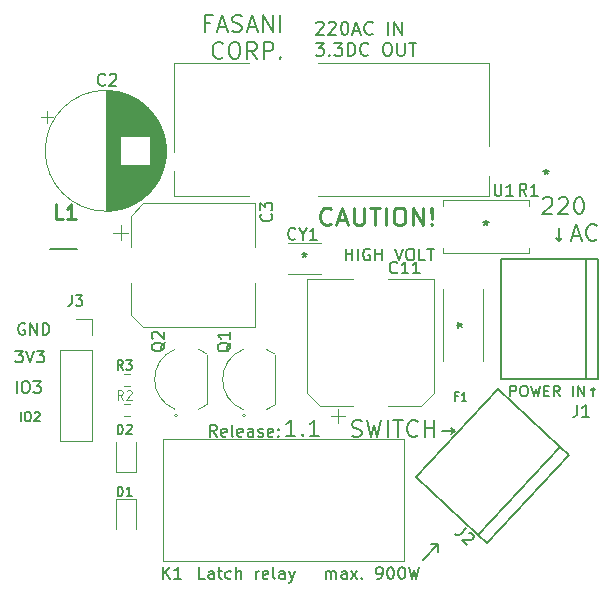
<source format=gto>
%TF.GenerationSoftware,KiCad,Pcbnew,7.0.2-6a45011f42~172~ubuntu22.04.1*%
%TF.CreationDate,2023-05-10T16:31:12+02:00*%
%TF.ProjectId,220AC-mini-C3-board,32323041-432d-46d6-996e-692d43332d62,rev?*%
%TF.SameCoordinates,Original*%
%TF.FileFunction,Legend,Top*%
%TF.FilePolarity,Positive*%
%FSLAX46Y46*%
G04 Gerber Fmt 4.6, Leading zero omitted, Abs format (unit mm)*
G04 Created by KiCad (PCBNEW 7.0.2-6a45011f42~172~ubuntu22.04.1) date 2023-05-10 16:31:12*
%MOMM*%
%LPD*%
G01*
G04 APERTURE LIST*
%ADD10C,0.180000*%
%ADD11C,0.150000*%
%ADD12C,0.140000*%
%ADD13C,0.250000*%
%ADD14C,0.120000*%
%ADD15C,0.130000*%
%ADD16C,0.254000*%
%ADD17C,0.127000*%
%ADD18C,0.200000*%
G04 APERTURE END LIST*
D10*
X136190000Y-96187666D02*
X135390000Y-96187666D01*
X135790000Y-96187666D02*
X135790000Y-94787666D01*
X135790000Y-94787666D02*
X135656667Y-94987666D01*
X135656667Y-94987666D02*
X135523334Y-95121000D01*
X135523334Y-95121000D02*
X135390000Y-95187666D01*
X136790000Y-96054333D02*
X136856667Y-96121000D01*
X136856667Y-96121000D02*
X136790000Y-96187666D01*
X136790000Y-96187666D02*
X136723333Y-96121000D01*
X136723333Y-96121000D02*
X136790000Y-96054333D01*
X136790000Y-96054333D02*
X136790000Y-96187666D01*
X138190000Y-96187666D02*
X137390000Y-96187666D01*
X137790000Y-96187666D02*
X137790000Y-94787666D01*
X137790000Y-94787666D02*
X137656667Y-94987666D01*
X137656667Y-94987666D02*
X137523334Y-95121000D01*
X137523334Y-95121000D02*
X137390000Y-95187666D01*
D11*
X129516666Y-96240119D02*
X129183333Y-95763928D01*
X128945238Y-96240119D02*
X128945238Y-95240119D01*
X128945238Y-95240119D02*
X129326190Y-95240119D01*
X129326190Y-95240119D02*
X129421428Y-95287738D01*
X129421428Y-95287738D02*
X129469047Y-95335357D01*
X129469047Y-95335357D02*
X129516666Y-95430595D01*
X129516666Y-95430595D02*
X129516666Y-95573452D01*
X129516666Y-95573452D02*
X129469047Y-95668690D01*
X129469047Y-95668690D02*
X129421428Y-95716309D01*
X129421428Y-95716309D02*
X129326190Y-95763928D01*
X129326190Y-95763928D02*
X128945238Y-95763928D01*
X130326190Y-96192500D02*
X130230952Y-96240119D01*
X130230952Y-96240119D02*
X130040476Y-96240119D01*
X130040476Y-96240119D02*
X129945238Y-96192500D01*
X129945238Y-96192500D02*
X129897619Y-96097261D01*
X129897619Y-96097261D02*
X129897619Y-95716309D01*
X129897619Y-95716309D02*
X129945238Y-95621071D01*
X129945238Y-95621071D02*
X130040476Y-95573452D01*
X130040476Y-95573452D02*
X130230952Y-95573452D01*
X130230952Y-95573452D02*
X130326190Y-95621071D01*
X130326190Y-95621071D02*
X130373809Y-95716309D01*
X130373809Y-95716309D02*
X130373809Y-95811547D01*
X130373809Y-95811547D02*
X129897619Y-95906785D01*
X130945238Y-96240119D02*
X130850000Y-96192500D01*
X130850000Y-96192500D02*
X130802381Y-96097261D01*
X130802381Y-96097261D02*
X130802381Y-95240119D01*
X131707143Y-96192500D02*
X131611905Y-96240119D01*
X131611905Y-96240119D02*
X131421429Y-96240119D01*
X131421429Y-96240119D02*
X131326191Y-96192500D01*
X131326191Y-96192500D02*
X131278572Y-96097261D01*
X131278572Y-96097261D02*
X131278572Y-95716309D01*
X131278572Y-95716309D02*
X131326191Y-95621071D01*
X131326191Y-95621071D02*
X131421429Y-95573452D01*
X131421429Y-95573452D02*
X131611905Y-95573452D01*
X131611905Y-95573452D02*
X131707143Y-95621071D01*
X131707143Y-95621071D02*
X131754762Y-95716309D01*
X131754762Y-95716309D02*
X131754762Y-95811547D01*
X131754762Y-95811547D02*
X131278572Y-95906785D01*
X132611905Y-96240119D02*
X132611905Y-95716309D01*
X132611905Y-95716309D02*
X132564286Y-95621071D01*
X132564286Y-95621071D02*
X132469048Y-95573452D01*
X132469048Y-95573452D02*
X132278572Y-95573452D01*
X132278572Y-95573452D02*
X132183334Y-95621071D01*
X132611905Y-96192500D02*
X132516667Y-96240119D01*
X132516667Y-96240119D02*
X132278572Y-96240119D01*
X132278572Y-96240119D02*
X132183334Y-96192500D01*
X132183334Y-96192500D02*
X132135715Y-96097261D01*
X132135715Y-96097261D02*
X132135715Y-96002023D01*
X132135715Y-96002023D02*
X132183334Y-95906785D01*
X132183334Y-95906785D02*
X132278572Y-95859166D01*
X132278572Y-95859166D02*
X132516667Y-95859166D01*
X132516667Y-95859166D02*
X132611905Y-95811547D01*
X133040477Y-96192500D02*
X133135715Y-96240119D01*
X133135715Y-96240119D02*
X133326191Y-96240119D01*
X133326191Y-96240119D02*
X133421429Y-96192500D01*
X133421429Y-96192500D02*
X133469048Y-96097261D01*
X133469048Y-96097261D02*
X133469048Y-96049642D01*
X133469048Y-96049642D02*
X133421429Y-95954404D01*
X133421429Y-95954404D02*
X133326191Y-95906785D01*
X133326191Y-95906785D02*
X133183334Y-95906785D01*
X133183334Y-95906785D02*
X133088096Y-95859166D01*
X133088096Y-95859166D02*
X133040477Y-95763928D01*
X133040477Y-95763928D02*
X133040477Y-95716309D01*
X133040477Y-95716309D02*
X133088096Y-95621071D01*
X133088096Y-95621071D02*
X133183334Y-95573452D01*
X133183334Y-95573452D02*
X133326191Y-95573452D01*
X133326191Y-95573452D02*
X133421429Y-95621071D01*
X134278572Y-96192500D02*
X134183334Y-96240119D01*
X134183334Y-96240119D02*
X133992858Y-96240119D01*
X133992858Y-96240119D02*
X133897620Y-96192500D01*
X133897620Y-96192500D02*
X133850001Y-96097261D01*
X133850001Y-96097261D02*
X133850001Y-95716309D01*
X133850001Y-95716309D02*
X133897620Y-95621071D01*
X133897620Y-95621071D02*
X133992858Y-95573452D01*
X133992858Y-95573452D02*
X134183334Y-95573452D01*
X134183334Y-95573452D02*
X134278572Y-95621071D01*
X134278572Y-95621071D02*
X134326191Y-95716309D01*
X134326191Y-95716309D02*
X134326191Y-95811547D01*
X134326191Y-95811547D02*
X133850001Y-95906785D01*
X134754763Y-96144880D02*
X134802382Y-96192500D01*
X134802382Y-96192500D02*
X134754763Y-96240119D01*
X134754763Y-96240119D02*
X134707144Y-96192500D01*
X134707144Y-96192500D02*
X134754763Y-96144880D01*
X134754763Y-96144880D02*
X134754763Y-96240119D01*
X134754763Y-95621071D02*
X134802382Y-95668690D01*
X134802382Y-95668690D02*
X134754763Y-95716309D01*
X134754763Y-95716309D02*
X134707144Y-95668690D01*
X134707144Y-95668690D02*
X134754763Y-95621071D01*
X134754763Y-95621071D02*
X134754763Y-95716309D01*
X140993333Y-96201000D02*
X141193333Y-96267666D01*
X141193333Y-96267666D02*
X141526667Y-96267666D01*
X141526667Y-96267666D02*
X141660000Y-96201000D01*
X141660000Y-96201000D02*
X141726667Y-96134333D01*
X141726667Y-96134333D02*
X141793333Y-96001000D01*
X141793333Y-96001000D02*
X141793333Y-95867666D01*
X141793333Y-95867666D02*
X141726667Y-95734333D01*
X141726667Y-95734333D02*
X141660000Y-95667666D01*
X141660000Y-95667666D02*
X141526667Y-95601000D01*
X141526667Y-95601000D02*
X141260000Y-95534333D01*
X141260000Y-95534333D02*
X141126667Y-95467666D01*
X141126667Y-95467666D02*
X141060000Y-95401000D01*
X141060000Y-95401000D02*
X140993333Y-95267666D01*
X140993333Y-95267666D02*
X140993333Y-95134333D01*
X140993333Y-95134333D02*
X141060000Y-95001000D01*
X141060000Y-95001000D02*
X141126667Y-94934333D01*
X141126667Y-94934333D02*
X141260000Y-94867666D01*
X141260000Y-94867666D02*
X141593333Y-94867666D01*
X141593333Y-94867666D02*
X141793333Y-94934333D01*
X142260000Y-94867666D02*
X142593333Y-96267666D01*
X142593333Y-96267666D02*
X142860000Y-95267666D01*
X142860000Y-95267666D02*
X143126666Y-96267666D01*
X143126666Y-96267666D02*
X143460000Y-94867666D01*
X143993333Y-96267666D02*
X143993333Y-94867666D01*
X144460000Y-94867666D02*
X145260000Y-94867666D01*
X144860000Y-96267666D02*
X144860000Y-94867666D01*
X146526667Y-96134333D02*
X146460000Y-96201000D01*
X146460000Y-96201000D02*
X146260000Y-96267666D01*
X146260000Y-96267666D02*
X146126667Y-96267666D01*
X146126667Y-96267666D02*
X145926667Y-96201000D01*
X145926667Y-96201000D02*
X145793334Y-96067666D01*
X145793334Y-96067666D02*
X145726667Y-95934333D01*
X145726667Y-95934333D02*
X145660000Y-95667666D01*
X145660000Y-95667666D02*
X145660000Y-95467666D01*
X145660000Y-95467666D02*
X145726667Y-95201000D01*
X145726667Y-95201000D02*
X145793334Y-95067666D01*
X145793334Y-95067666D02*
X145926667Y-94934333D01*
X145926667Y-94934333D02*
X146126667Y-94867666D01*
X146126667Y-94867666D02*
X146260000Y-94867666D01*
X146260000Y-94867666D02*
X146460000Y-94934333D01*
X146460000Y-94934333D02*
X146526667Y-95001000D01*
X147126667Y-96267666D02*
X147126667Y-94867666D01*
X147126667Y-95534333D02*
X147926667Y-95534333D01*
X147926667Y-96267666D02*
X147926667Y-94867666D01*
X148593334Y-95734333D02*
X149660001Y-95734333D01*
X149393334Y-96001000D02*
X149660001Y-95734333D01*
X149660001Y-95734333D02*
X149393334Y-95467666D01*
X154385714Y-92816357D02*
X154385714Y-91916357D01*
X154385714Y-91916357D02*
X154728571Y-91916357D01*
X154728571Y-91916357D02*
X154814286Y-91959214D01*
X154814286Y-91959214D02*
X154857143Y-92002071D01*
X154857143Y-92002071D02*
X154900000Y-92087785D01*
X154900000Y-92087785D02*
X154900000Y-92216357D01*
X154900000Y-92216357D02*
X154857143Y-92302071D01*
X154857143Y-92302071D02*
X154814286Y-92344928D01*
X154814286Y-92344928D02*
X154728571Y-92387785D01*
X154728571Y-92387785D02*
X154385714Y-92387785D01*
X155457143Y-91916357D02*
X155628571Y-91916357D01*
X155628571Y-91916357D02*
X155714286Y-91959214D01*
X155714286Y-91959214D02*
X155800000Y-92044928D01*
X155800000Y-92044928D02*
X155842857Y-92216357D01*
X155842857Y-92216357D02*
X155842857Y-92516357D01*
X155842857Y-92516357D02*
X155800000Y-92687785D01*
X155800000Y-92687785D02*
X155714286Y-92773500D01*
X155714286Y-92773500D02*
X155628571Y-92816357D01*
X155628571Y-92816357D02*
X155457143Y-92816357D01*
X155457143Y-92816357D02*
X155371429Y-92773500D01*
X155371429Y-92773500D02*
X155285714Y-92687785D01*
X155285714Y-92687785D02*
X155242857Y-92516357D01*
X155242857Y-92516357D02*
X155242857Y-92216357D01*
X155242857Y-92216357D02*
X155285714Y-92044928D01*
X155285714Y-92044928D02*
X155371429Y-91959214D01*
X155371429Y-91959214D02*
X155457143Y-91916357D01*
X156142857Y-91916357D02*
X156357143Y-92816357D01*
X156357143Y-92816357D02*
X156528571Y-92173500D01*
X156528571Y-92173500D02*
X156700000Y-92816357D01*
X156700000Y-92816357D02*
X156914286Y-91916357D01*
X157257142Y-92344928D02*
X157557142Y-92344928D01*
X157685714Y-92816357D02*
X157257142Y-92816357D01*
X157257142Y-92816357D02*
X157257142Y-91916357D01*
X157257142Y-91916357D02*
X157685714Y-91916357D01*
X158585714Y-92816357D02*
X158285714Y-92387785D01*
X158071428Y-92816357D02*
X158071428Y-91916357D01*
X158071428Y-91916357D02*
X158414285Y-91916357D01*
X158414285Y-91916357D02*
X158500000Y-91959214D01*
X158500000Y-91959214D02*
X158542857Y-92002071D01*
X158542857Y-92002071D02*
X158585714Y-92087785D01*
X158585714Y-92087785D02*
X158585714Y-92216357D01*
X158585714Y-92216357D02*
X158542857Y-92302071D01*
X158542857Y-92302071D02*
X158500000Y-92344928D01*
X158500000Y-92344928D02*
X158414285Y-92387785D01*
X158414285Y-92387785D02*
X158071428Y-92387785D01*
X159657142Y-92816357D02*
X159657142Y-91916357D01*
X160085713Y-92816357D02*
X160085713Y-91916357D01*
X160085713Y-91916357D02*
X160599999Y-92816357D01*
X160599999Y-92816357D02*
X160599999Y-91916357D01*
X161371427Y-92816357D02*
X161371427Y-92130642D01*
X161199999Y-92302071D02*
X161371427Y-92130642D01*
X161371427Y-92130642D02*
X161542856Y-92302071D01*
D12*
X128506189Y-108290119D02*
X128029999Y-108290119D01*
X128029999Y-108290119D02*
X128029999Y-107290119D01*
X129268094Y-108290119D02*
X129268094Y-107766309D01*
X129268094Y-107766309D02*
X129220475Y-107671071D01*
X129220475Y-107671071D02*
X129125237Y-107623452D01*
X129125237Y-107623452D02*
X128934761Y-107623452D01*
X128934761Y-107623452D02*
X128839523Y-107671071D01*
X129268094Y-108242500D02*
X129172856Y-108290119D01*
X129172856Y-108290119D02*
X128934761Y-108290119D01*
X128934761Y-108290119D02*
X128839523Y-108242500D01*
X128839523Y-108242500D02*
X128791904Y-108147261D01*
X128791904Y-108147261D02*
X128791904Y-108052023D01*
X128791904Y-108052023D02*
X128839523Y-107956785D01*
X128839523Y-107956785D02*
X128934761Y-107909166D01*
X128934761Y-107909166D02*
X129172856Y-107909166D01*
X129172856Y-107909166D02*
X129268094Y-107861547D01*
X129601428Y-107623452D02*
X129982380Y-107623452D01*
X129744285Y-107290119D02*
X129744285Y-108147261D01*
X129744285Y-108147261D02*
X129791904Y-108242500D01*
X129791904Y-108242500D02*
X129887142Y-108290119D01*
X129887142Y-108290119D02*
X129982380Y-108290119D01*
X130744285Y-108242500D02*
X130649047Y-108290119D01*
X130649047Y-108290119D02*
X130458571Y-108290119D01*
X130458571Y-108290119D02*
X130363333Y-108242500D01*
X130363333Y-108242500D02*
X130315714Y-108194880D01*
X130315714Y-108194880D02*
X130268095Y-108099642D01*
X130268095Y-108099642D02*
X130268095Y-107813928D01*
X130268095Y-107813928D02*
X130315714Y-107718690D01*
X130315714Y-107718690D02*
X130363333Y-107671071D01*
X130363333Y-107671071D02*
X130458571Y-107623452D01*
X130458571Y-107623452D02*
X130649047Y-107623452D01*
X130649047Y-107623452D02*
X130744285Y-107671071D01*
X131172857Y-108290119D02*
X131172857Y-107290119D01*
X131601428Y-108290119D02*
X131601428Y-107766309D01*
X131601428Y-107766309D02*
X131553809Y-107671071D01*
X131553809Y-107671071D02*
X131458571Y-107623452D01*
X131458571Y-107623452D02*
X131315714Y-107623452D01*
X131315714Y-107623452D02*
X131220476Y-107671071D01*
X131220476Y-107671071D02*
X131172857Y-107718690D01*
X132839524Y-108290119D02*
X132839524Y-107623452D01*
X132839524Y-107813928D02*
X132887143Y-107718690D01*
X132887143Y-107718690D02*
X132934762Y-107671071D01*
X132934762Y-107671071D02*
X133030000Y-107623452D01*
X133030000Y-107623452D02*
X133125238Y-107623452D01*
X133839524Y-108242500D02*
X133744286Y-108290119D01*
X133744286Y-108290119D02*
X133553810Y-108290119D01*
X133553810Y-108290119D02*
X133458572Y-108242500D01*
X133458572Y-108242500D02*
X133410953Y-108147261D01*
X133410953Y-108147261D02*
X133410953Y-107766309D01*
X133410953Y-107766309D02*
X133458572Y-107671071D01*
X133458572Y-107671071D02*
X133553810Y-107623452D01*
X133553810Y-107623452D02*
X133744286Y-107623452D01*
X133744286Y-107623452D02*
X133839524Y-107671071D01*
X133839524Y-107671071D02*
X133887143Y-107766309D01*
X133887143Y-107766309D02*
X133887143Y-107861547D01*
X133887143Y-107861547D02*
X133410953Y-107956785D01*
X134458572Y-108290119D02*
X134363334Y-108242500D01*
X134363334Y-108242500D02*
X134315715Y-108147261D01*
X134315715Y-108147261D02*
X134315715Y-107290119D01*
X135268096Y-108290119D02*
X135268096Y-107766309D01*
X135268096Y-107766309D02*
X135220477Y-107671071D01*
X135220477Y-107671071D02*
X135125239Y-107623452D01*
X135125239Y-107623452D02*
X134934763Y-107623452D01*
X134934763Y-107623452D02*
X134839525Y-107671071D01*
X135268096Y-108242500D02*
X135172858Y-108290119D01*
X135172858Y-108290119D02*
X134934763Y-108290119D01*
X134934763Y-108290119D02*
X134839525Y-108242500D01*
X134839525Y-108242500D02*
X134791906Y-108147261D01*
X134791906Y-108147261D02*
X134791906Y-108052023D01*
X134791906Y-108052023D02*
X134839525Y-107956785D01*
X134839525Y-107956785D02*
X134934763Y-107909166D01*
X134934763Y-107909166D02*
X135172858Y-107909166D01*
X135172858Y-107909166D02*
X135268096Y-107861547D01*
X135649049Y-107623452D02*
X135887144Y-108290119D01*
X136125239Y-107623452D02*
X135887144Y-108290119D01*
X135887144Y-108290119D02*
X135791906Y-108528214D01*
X135791906Y-108528214D02*
X135744287Y-108575833D01*
X135744287Y-108575833D02*
X135649049Y-108623452D01*
D11*
X112920000Y-94940095D02*
X112920000Y-94140095D01*
X113453333Y-94140095D02*
X113605714Y-94140095D01*
X113605714Y-94140095D02*
X113681904Y-94178190D01*
X113681904Y-94178190D02*
X113758095Y-94254380D01*
X113758095Y-94254380D02*
X113796190Y-94406761D01*
X113796190Y-94406761D02*
X113796190Y-94673428D01*
X113796190Y-94673428D02*
X113758095Y-94825809D01*
X113758095Y-94825809D02*
X113681904Y-94902000D01*
X113681904Y-94902000D02*
X113605714Y-94940095D01*
X113605714Y-94940095D02*
X113453333Y-94940095D01*
X113453333Y-94940095D02*
X113377142Y-94902000D01*
X113377142Y-94902000D02*
X113300952Y-94825809D01*
X113300952Y-94825809D02*
X113262856Y-94673428D01*
X113262856Y-94673428D02*
X113262856Y-94406761D01*
X113262856Y-94406761D02*
X113300952Y-94254380D01*
X113300952Y-94254380D02*
X113377142Y-94178190D01*
X113377142Y-94178190D02*
X113453333Y-94140095D01*
X114100951Y-94216285D02*
X114139047Y-94178190D01*
X114139047Y-94178190D02*
X114215237Y-94140095D01*
X114215237Y-94140095D02*
X114405713Y-94140095D01*
X114405713Y-94140095D02*
X114481904Y-94178190D01*
X114481904Y-94178190D02*
X114519999Y-94216285D01*
X114519999Y-94216285D02*
X114558094Y-94292476D01*
X114558094Y-94292476D02*
X114558094Y-94368666D01*
X114558094Y-94368666D02*
X114519999Y-94482952D01*
X114519999Y-94482952D02*
X114062856Y-94940095D01*
X114062856Y-94940095D02*
X114558094Y-94940095D01*
X112489048Y-88955952D02*
X113108095Y-88955952D01*
X113108095Y-88955952D02*
X112774762Y-89336904D01*
X112774762Y-89336904D02*
X112917619Y-89336904D01*
X112917619Y-89336904D02*
X113012857Y-89384523D01*
X113012857Y-89384523D02*
X113060476Y-89432142D01*
X113060476Y-89432142D02*
X113108095Y-89527380D01*
X113108095Y-89527380D02*
X113108095Y-89765475D01*
X113108095Y-89765475D02*
X113060476Y-89860713D01*
X113060476Y-89860713D02*
X113012857Y-89908333D01*
X113012857Y-89908333D02*
X112917619Y-89955952D01*
X112917619Y-89955952D02*
X112631905Y-89955952D01*
X112631905Y-89955952D02*
X112536667Y-89908333D01*
X112536667Y-89908333D02*
X112489048Y-89860713D01*
X113393810Y-88955952D02*
X113727143Y-89955952D01*
X113727143Y-89955952D02*
X114060476Y-88955952D01*
X114298572Y-88955952D02*
X114917619Y-88955952D01*
X114917619Y-88955952D02*
X114584286Y-89336904D01*
X114584286Y-89336904D02*
X114727143Y-89336904D01*
X114727143Y-89336904D02*
X114822381Y-89384523D01*
X114822381Y-89384523D02*
X114870000Y-89432142D01*
X114870000Y-89432142D02*
X114917619Y-89527380D01*
X114917619Y-89527380D02*
X114917619Y-89765475D01*
X114917619Y-89765475D02*
X114870000Y-89860713D01*
X114870000Y-89860713D02*
X114822381Y-89908333D01*
X114822381Y-89908333D02*
X114727143Y-89955952D01*
X114727143Y-89955952D02*
X114441429Y-89955952D01*
X114441429Y-89955952D02*
X114346191Y-89908333D01*
X114346191Y-89908333D02*
X114298572Y-89860713D01*
D12*
X137949523Y-61217142D02*
X138001904Y-61164761D01*
X138001904Y-61164761D02*
X138106666Y-61112380D01*
X138106666Y-61112380D02*
X138368571Y-61112380D01*
X138368571Y-61112380D02*
X138473333Y-61164761D01*
X138473333Y-61164761D02*
X138525714Y-61217142D01*
X138525714Y-61217142D02*
X138578095Y-61321904D01*
X138578095Y-61321904D02*
X138578095Y-61426666D01*
X138578095Y-61426666D02*
X138525714Y-61583809D01*
X138525714Y-61583809D02*
X137897142Y-62212380D01*
X137897142Y-62212380D02*
X138578095Y-62212380D01*
X138997142Y-61217142D02*
X139049523Y-61164761D01*
X139049523Y-61164761D02*
X139154285Y-61112380D01*
X139154285Y-61112380D02*
X139416190Y-61112380D01*
X139416190Y-61112380D02*
X139520952Y-61164761D01*
X139520952Y-61164761D02*
X139573333Y-61217142D01*
X139573333Y-61217142D02*
X139625714Y-61321904D01*
X139625714Y-61321904D02*
X139625714Y-61426666D01*
X139625714Y-61426666D02*
X139573333Y-61583809D01*
X139573333Y-61583809D02*
X138944761Y-62212380D01*
X138944761Y-62212380D02*
X139625714Y-62212380D01*
X140306666Y-61112380D02*
X140411428Y-61112380D01*
X140411428Y-61112380D02*
X140516190Y-61164761D01*
X140516190Y-61164761D02*
X140568571Y-61217142D01*
X140568571Y-61217142D02*
X140620952Y-61321904D01*
X140620952Y-61321904D02*
X140673333Y-61531428D01*
X140673333Y-61531428D02*
X140673333Y-61793333D01*
X140673333Y-61793333D02*
X140620952Y-62002857D01*
X140620952Y-62002857D02*
X140568571Y-62107619D01*
X140568571Y-62107619D02*
X140516190Y-62160000D01*
X140516190Y-62160000D02*
X140411428Y-62212380D01*
X140411428Y-62212380D02*
X140306666Y-62212380D01*
X140306666Y-62212380D02*
X140201904Y-62160000D01*
X140201904Y-62160000D02*
X140149523Y-62107619D01*
X140149523Y-62107619D02*
X140097142Y-62002857D01*
X140097142Y-62002857D02*
X140044761Y-61793333D01*
X140044761Y-61793333D02*
X140044761Y-61531428D01*
X140044761Y-61531428D02*
X140097142Y-61321904D01*
X140097142Y-61321904D02*
X140149523Y-61217142D01*
X140149523Y-61217142D02*
X140201904Y-61164761D01*
X140201904Y-61164761D02*
X140306666Y-61112380D01*
X141092380Y-61898095D02*
X141616190Y-61898095D01*
X140987618Y-62212380D02*
X141354285Y-61112380D01*
X141354285Y-61112380D02*
X141720952Y-62212380D01*
X142716190Y-62107619D02*
X142663809Y-62160000D01*
X142663809Y-62160000D02*
X142506666Y-62212380D01*
X142506666Y-62212380D02*
X142401904Y-62212380D01*
X142401904Y-62212380D02*
X142244761Y-62160000D01*
X142244761Y-62160000D02*
X142139999Y-62055238D01*
X142139999Y-62055238D02*
X142087618Y-61950476D01*
X142087618Y-61950476D02*
X142035237Y-61740952D01*
X142035237Y-61740952D02*
X142035237Y-61583809D01*
X142035237Y-61583809D02*
X142087618Y-61374285D01*
X142087618Y-61374285D02*
X142139999Y-61269523D01*
X142139999Y-61269523D02*
X142244761Y-61164761D01*
X142244761Y-61164761D02*
X142401904Y-61112380D01*
X142401904Y-61112380D02*
X142506666Y-61112380D01*
X142506666Y-61112380D02*
X142663809Y-61164761D01*
X142663809Y-61164761D02*
X142716190Y-61217142D01*
X144025713Y-62212380D02*
X144025713Y-61112380D01*
X144549523Y-62212380D02*
X144549523Y-61112380D01*
X144549523Y-61112380D02*
X145178095Y-62212380D01*
X145178095Y-62212380D02*
X145178095Y-61112380D01*
X137897142Y-62894380D02*
X138578095Y-62894380D01*
X138578095Y-62894380D02*
X138211428Y-63313428D01*
X138211428Y-63313428D02*
X138368571Y-63313428D01*
X138368571Y-63313428D02*
X138473333Y-63365809D01*
X138473333Y-63365809D02*
X138525714Y-63418190D01*
X138525714Y-63418190D02*
X138578095Y-63522952D01*
X138578095Y-63522952D02*
X138578095Y-63784857D01*
X138578095Y-63784857D02*
X138525714Y-63889619D01*
X138525714Y-63889619D02*
X138473333Y-63942000D01*
X138473333Y-63942000D02*
X138368571Y-63994380D01*
X138368571Y-63994380D02*
X138054285Y-63994380D01*
X138054285Y-63994380D02*
X137949523Y-63942000D01*
X137949523Y-63942000D02*
X137897142Y-63889619D01*
X139049523Y-63889619D02*
X139101904Y-63942000D01*
X139101904Y-63942000D02*
X139049523Y-63994380D01*
X139049523Y-63994380D02*
X138997142Y-63942000D01*
X138997142Y-63942000D02*
X139049523Y-63889619D01*
X139049523Y-63889619D02*
X139049523Y-63994380D01*
X139468571Y-62894380D02*
X140149524Y-62894380D01*
X140149524Y-62894380D02*
X139782857Y-63313428D01*
X139782857Y-63313428D02*
X139940000Y-63313428D01*
X139940000Y-63313428D02*
X140044762Y-63365809D01*
X140044762Y-63365809D02*
X140097143Y-63418190D01*
X140097143Y-63418190D02*
X140149524Y-63522952D01*
X140149524Y-63522952D02*
X140149524Y-63784857D01*
X140149524Y-63784857D02*
X140097143Y-63889619D01*
X140097143Y-63889619D02*
X140044762Y-63942000D01*
X140044762Y-63942000D02*
X139940000Y-63994380D01*
X139940000Y-63994380D02*
X139625714Y-63994380D01*
X139625714Y-63994380D02*
X139520952Y-63942000D01*
X139520952Y-63942000D02*
X139468571Y-63889619D01*
X140620952Y-63994380D02*
X140620952Y-62894380D01*
X140620952Y-62894380D02*
X140882857Y-62894380D01*
X140882857Y-62894380D02*
X141040000Y-62946761D01*
X141040000Y-62946761D02*
X141144762Y-63051523D01*
X141144762Y-63051523D02*
X141197143Y-63156285D01*
X141197143Y-63156285D02*
X141249524Y-63365809D01*
X141249524Y-63365809D02*
X141249524Y-63522952D01*
X141249524Y-63522952D02*
X141197143Y-63732476D01*
X141197143Y-63732476D02*
X141144762Y-63837238D01*
X141144762Y-63837238D02*
X141040000Y-63942000D01*
X141040000Y-63942000D02*
X140882857Y-63994380D01*
X140882857Y-63994380D02*
X140620952Y-63994380D01*
X142349524Y-63889619D02*
X142297143Y-63942000D01*
X142297143Y-63942000D02*
X142140000Y-63994380D01*
X142140000Y-63994380D02*
X142035238Y-63994380D01*
X142035238Y-63994380D02*
X141878095Y-63942000D01*
X141878095Y-63942000D02*
X141773333Y-63837238D01*
X141773333Y-63837238D02*
X141720952Y-63732476D01*
X141720952Y-63732476D02*
X141668571Y-63522952D01*
X141668571Y-63522952D02*
X141668571Y-63365809D01*
X141668571Y-63365809D02*
X141720952Y-63156285D01*
X141720952Y-63156285D02*
X141773333Y-63051523D01*
X141773333Y-63051523D02*
X141878095Y-62946761D01*
X141878095Y-62946761D02*
X142035238Y-62894380D01*
X142035238Y-62894380D02*
X142140000Y-62894380D01*
X142140000Y-62894380D02*
X142297143Y-62946761D01*
X142297143Y-62946761D02*
X142349524Y-62999142D01*
X143868571Y-62894380D02*
X144078095Y-62894380D01*
X144078095Y-62894380D02*
X144182857Y-62946761D01*
X144182857Y-62946761D02*
X144287619Y-63051523D01*
X144287619Y-63051523D02*
X144340000Y-63261047D01*
X144340000Y-63261047D02*
X144340000Y-63627714D01*
X144340000Y-63627714D02*
X144287619Y-63837238D01*
X144287619Y-63837238D02*
X144182857Y-63942000D01*
X144182857Y-63942000D02*
X144078095Y-63994380D01*
X144078095Y-63994380D02*
X143868571Y-63994380D01*
X143868571Y-63994380D02*
X143763809Y-63942000D01*
X143763809Y-63942000D02*
X143659047Y-63837238D01*
X143659047Y-63837238D02*
X143606666Y-63627714D01*
X143606666Y-63627714D02*
X143606666Y-63261047D01*
X143606666Y-63261047D02*
X143659047Y-63051523D01*
X143659047Y-63051523D02*
X143763809Y-62946761D01*
X143763809Y-62946761D02*
X143868571Y-62894380D01*
X144811428Y-62894380D02*
X144811428Y-63784857D01*
X144811428Y-63784857D02*
X144863809Y-63889619D01*
X144863809Y-63889619D02*
X144916190Y-63942000D01*
X144916190Y-63942000D02*
X145020952Y-63994380D01*
X145020952Y-63994380D02*
X145230476Y-63994380D01*
X145230476Y-63994380D02*
X145335238Y-63942000D01*
X145335238Y-63942000D02*
X145387619Y-63889619D01*
X145387619Y-63889619D02*
X145440000Y-63784857D01*
X145440000Y-63784857D02*
X145440000Y-62894380D01*
X145806666Y-62894380D02*
X146435238Y-62894380D01*
X146120952Y-63994380D02*
X146120952Y-62894380D01*
D11*
X140438095Y-81312619D02*
X140438095Y-80312619D01*
X140438095Y-80788809D02*
X141009523Y-80788809D01*
X141009523Y-81312619D02*
X141009523Y-80312619D01*
X141485714Y-81312619D02*
X141485714Y-80312619D01*
X142485713Y-80360238D02*
X142390475Y-80312619D01*
X142390475Y-80312619D02*
X142247618Y-80312619D01*
X142247618Y-80312619D02*
X142104761Y-80360238D01*
X142104761Y-80360238D02*
X142009523Y-80455476D01*
X142009523Y-80455476D02*
X141961904Y-80550714D01*
X141961904Y-80550714D02*
X141914285Y-80741190D01*
X141914285Y-80741190D02*
X141914285Y-80884047D01*
X141914285Y-80884047D02*
X141961904Y-81074523D01*
X141961904Y-81074523D02*
X142009523Y-81169761D01*
X142009523Y-81169761D02*
X142104761Y-81265000D01*
X142104761Y-81265000D02*
X142247618Y-81312619D01*
X142247618Y-81312619D02*
X142342856Y-81312619D01*
X142342856Y-81312619D02*
X142485713Y-81265000D01*
X142485713Y-81265000D02*
X142533332Y-81217380D01*
X142533332Y-81217380D02*
X142533332Y-80884047D01*
X142533332Y-80884047D02*
X142342856Y-80884047D01*
X142961904Y-81312619D02*
X142961904Y-80312619D01*
X142961904Y-80788809D02*
X143533332Y-80788809D01*
X143533332Y-81312619D02*
X143533332Y-80312619D01*
X144628571Y-80312619D02*
X144961904Y-81312619D01*
X144961904Y-81312619D02*
X145295237Y-80312619D01*
X145819047Y-80312619D02*
X146009523Y-80312619D01*
X146009523Y-80312619D02*
X146104761Y-80360238D01*
X146104761Y-80360238D02*
X146199999Y-80455476D01*
X146199999Y-80455476D02*
X146247618Y-80645952D01*
X146247618Y-80645952D02*
X146247618Y-80979285D01*
X146247618Y-80979285D02*
X146199999Y-81169761D01*
X146199999Y-81169761D02*
X146104761Y-81265000D01*
X146104761Y-81265000D02*
X146009523Y-81312619D01*
X146009523Y-81312619D02*
X145819047Y-81312619D01*
X145819047Y-81312619D02*
X145723809Y-81265000D01*
X145723809Y-81265000D02*
X145628571Y-81169761D01*
X145628571Y-81169761D02*
X145580952Y-80979285D01*
X145580952Y-80979285D02*
X145580952Y-80645952D01*
X145580952Y-80645952D02*
X145628571Y-80455476D01*
X145628571Y-80455476D02*
X145723809Y-80360238D01*
X145723809Y-80360238D02*
X145819047Y-80312619D01*
X147152380Y-81312619D02*
X146676190Y-81312619D01*
X146676190Y-81312619D02*
X146676190Y-80312619D01*
X147342857Y-80312619D02*
X147914285Y-80312619D01*
X147628571Y-81312619D02*
X147628571Y-80312619D01*
X157150000Y-76117000D02*
X157216667Y-76050333D01*
X157216667Y-76050333D02*
X157350000Y-75983666D01*
X157350000Y-75983666D02*
X157683334Y-75983666D01*
X157683334Y-75983666D02*
X157816667Y-76050333D01*
X157816667Y-76050333D02*
X157883334Y-76117000D01*
X157883334Y-76117000D02*
X157950000Y-76250333D01*
X157950000Y-76250333D02*
X157950000Y-76383666D01*
X157950000Y-76383666D02*
X157883334Y-76583666D01*
X157883334Y-76583666D02*
X157083334Y-77383666D01*
X157083334Y-77383666D02*
X157950000Y-77383666D01*
X158483333Y-76117000D02*
X158550000Y-76050333D01*
X158550000Y-76050333D02*
X158683333Y-75983666D01*
X158683333Y-75983666D02*
X159016667Y-75983666D01*
X159016667Y-75983666D02*
X159150000Y-76050333D01*
X159150000Y-76050333D02*
X159216667Y-76117000D01*
X159216667Y-76117000D02*
X159283333Y-76250333D01*
X159283333Y-76250333D02*
X159283333Y-76383666D01*
X159283333Y-76383666D02*
X159216667Y-76583666D01*
X159216667Y-76583666D02*
X158416667Y-77383666D01*
X158416667Y-77383666D02*
X159283333Y-77383666D01*
X160150000Y-75983666D02*
X160283333Y-75983666D01*
X160283333Y-75983666D02*
X160416666Y-76050333D01*
X160416666Y-76050333D02*
X160483333Y-76117000D01*
X160483333Y-76117000D02*
X160550000Y-76250333D01*
X160550000Y-76250333D02*
X160616666Y-76517000D01*
X160616666Y-76517000D02*
X160616666Y-76850333D01*
X160616666Y-76850333D02*
X160550000Y-77117000D01*
X160550000Y-77117000D02*
X160483333Y-77250333D01*
X160483333Y-77250333D02*
X160416666Y-77317000D01*
X160416666Y-77317000D02*
X160283333Y-77383666D01*
X160283333Y-77383666D02*
X160150000Y-77383666D01*
X160150000Y-77383666D02*
X160016666Y-77317000D01*
X160016666Y-77317000D02*
X159950000Y-77250333D01*
X159950000Y-77250333D02*
X159883333Y-77117000D01*
X159883333Y-77117000D02*
X159816666Y-76850333D01*
X159816666Y-76850333D02*
X159816666Y-76517000D01*
X159816666Y-76517000D02*
X159883333Y-76250333D01*
X159883333Y-76250333D02*
X159950000Y-76117000D01*
X159950000Y-76117000D02*
X160016666Y-76050333D01*
X160016666Y-76050333D02*
X160150000Y-75983666D01*
X158483333Y-78585000D02*
X158483333Y-79651666D01*
X158750000Y-79385000D02*
X158483333Y-79651666D01*
X158483333Y-79651666D02*
X158216667Y-79385000D01*
X159616666Y-79251666D02*
X160283333Y-79251666D01*
X159483333Y-79651666D02*
X159950000Y-78251666D01*
X159950000Y-78251666D02*
X160416666Y-79651666D01*
X161683333Y-79518333D02*
X161616666Y-79585000D01*
X161616666Y-79585000D02*
X161416666Y-79651666D01*
X161416666Y-79651666D02*
X161283333Y-79651666D01*
X161283333Y-79651666D02*
X161083333Y-79585000D01*
X161083333Y-79585000D02*
X160950000Y-79451666D01*
X160950000Y-79451666D02*
X160883333Y-79318333D01*
X160883333Y-79318333D02*
X160816666Y-79051666D01*
X160816666Y-79051666D02*
X160816666Y-78851666D01*
X160816666Y-78851666D02*
X160883333Y-78585000D01*
X160883333Y-78585000D02*
X160950000Y-78451666D01*
X160950000Y-78451666D02*
X161083333Y-78318333D01*
X161083333Y-78318333D02*
X161283333Y-78251666D01*
X161283333Y-78251666D02*
X161416666Y-78251666D01*
X161416666Y-78251666D02*
X161616666Y-78318333D01*
X161616666Y-78318333D02*
X161683333Y-78385000D01*
D13*
X139214285Y-78201071D02*
X139142857Y-78272500D01*
X139142857Y-78272500D02*
X138928571Y-78343928D01*
X138928571Y-78343928D02*
X138785714Y-78343928D01*
X138785714Y-78343928D02*
X138571428Y-78272500D01*
X138571428Y-78272500D02*
X138428571Y-78129642D01*
X138428571Y-78129642D02*
X138357142Y-77986785D01*
X138357142Y-77986785D02*
X138285714Y-77701071D01*
X138285714Y-77701071D02*
X138285714Y-77486785D01*
X138285714Y-77486785D02*
X138357142Y-77201071D01*
X138357142Y-77201071D02*
X138428571Y-77058214D01*
X138428571Y-77058214D02*
X138571428Y-76915357D01*
X138571428Y-76915357D02*
X138785714Y-76843928D01*
X138785714Y-76843928D02*
X138928571Y-76843928D01*
X138928571Y-76843928D02*
X139142857Y-76915357D01*
X139142857Y-76915357D02*
X139214285Y-76986785D01*
X139785714Y-77915357D02*
X140500000Y-77915357D01*
X139642857Y-78343928D02*
X140142857Y-76843928D01*
X140142857Y-76843928D02*
X140642857Y-78343928D01*
X141142856Y-76843928D02*
X141142856Y-78058214D01*
X141142856Y-78058214D02*
X141214285Y-78201071D01*
X141214285Y-78201071D02*
X141285714Y-78272500D01*
X141285714Y-78272500D02*
X141428571Y-78343928D01*
X141428571Y-78343928D02*
X141714285Y-78343928D01*
X141714285Y-78343928D02*
X141857142Y-78272500D01*
X141857142Y-78272500D02*
X141928571Y-78201071D01*
X141928571Y-78201071D02*
X141999999Y-78058214D01*
X141999999Y-78058214D02*
X141999999Y-76843928D01*
X142500000Y-76843928D02*
X143357143Y-76843928D01*
X142928571Y-78343928D02*
X142928571Y-76843928D01*
X143857142Y-78343928D02*
X143857142Y-76843928D01*
X144857143Y-76843928D02*
X145142857Y-76843928D01*
X145142857Y-76843928D02*
X145285714Y-76915357D01*
X145285714Y-76915357D02*
X145428571Y-77058214D01*
X145428571Y-77058214D02*
X145500000Y-77343928D01*
X145500000Y-77343928D02*
X145500000Y-77843928D01*
X145500000Y-77843928D02*
X145428571Y-78129642D01*
X145428571Y-78129642D02*
X145285714Y-78272500D01*
X145285714Y-78272500D02*
X145142857Y-78343928D01*
X145142857Y-78343928D02*
X144857143Y-78343928D01*
X144857143Y-78343928D02*
X144714286Y-78272500D01*
X144714286Y-78272500D02*
X144571428Y-78129642D01*
X144571428Y-78129642D02*
X144500000Y-77843928D01*
X144500000Y-77843928D02*
X144500000Y-77343928D01*
X144500000Y-77343928D02*
X144571428Y-77058214D01*
X144571428Y-77058214D02*
X144714286Y-76915357D01*
X144714286Y-76915357D02*
X144857143Y-76843928D01*
X146142857Y-78343928D02*
X146142857Y-76843928D01*
X146142857Y-76843928D02*
X147000000Y-78343928D01*
X147000000Y-78343928D02*
X147000000Y-76843928D01*
X147714286Y-78201071D02*
X147785715Y-78272500D01*
X147785715Y-78272500D02*
X147714286Y-78343928D01*
X147714286Y-78343928D02*
X147642858Y-78272500D01*
X147642858Y-78272500D02*
X147714286Y-78201071D01*
X147714286Y-78201071D02*
X147714286Y-78343928D01*
X147714286Y-77772500D02*
X147642858Y-76915357D01*
X147642858Y-76915357D02*
X147714286Y-76843928D01*
X147714286Y-76843928D02*
X147785715Y-76915357D01*
X147785715Y-76915357D02*
X147714286Y-77772500D01*
X147714286Y-77772500D02*
X147714286Y-76843928D01*
D11*
X138765238Y-108282619D02*
X138765238Y-107615952D01*
X138765238Y-107711190D02*
X138812857Y-107663571D01*
X138812857Y-107663571D02*
X138908095Y-107615952D01*
X138908095Y-107615952D02*
X139050952Y-107615952D01*
X139050952Y-107615952D02*
X139146190Y-107663571D01*
X139146190Y-107663571D02*
X139193809Y-107758809D01*
X139193809Y-107758809D02*
X139193809Y-108282619D01*
X139193809Y-107758809D02*
X139241428Y-107663571D01*
X139241428Y-107663571D02*
X139336666Y-107615952D01*
X139336666Y-107615952D02*
X139479523Y-107615952D01*
X139479523Y-107615952D02*
X139574762Y-107663571D01*
X139574762Y-107663571D02*
X139622381Y-107758809D01*
X139622381Y-107758809D02*
X139622381Y-108282619D01*
X140527142Y-108282619D02*
X140527142Y-107758809D01*
X140527142Y-107758809D02*
X140479523Y-107663571D01*
X140479523Y-107663571D02*
X140384285Y-107615952D01*
X140384285Y-107615952D02*
X140193809Y-107615952D01*
X140193809Y-107615952D02*
X140098571Y-107663571D01*
X140527142Y-108235000D02*
X140431904Y-108282619D01*
X140431904Y-108282619D02*
X140193809Y-108282619D01*
X140193809Y-108282619D02*
X140098571Y-108235000D01*
X140098571Y-108235000D02*
X140050952Y-108139761D01*
X140050952Y-108139761D02*
X140050952Y-108044523D01*
X140050952Y-108044523D02*
X140098571Y-107949285D01*
X140098571Y-107949285D02*
X140193809Y-107901666D01*
X140193809Y-107901666D02*
X140431904Y-107901666D01*
X140431904Y-107901666D02*
X140527142Y-107854047D01*
X140908095Y-108282619D02*
X141431904Y-107615952D01*
X140908095Y-107615952D02*
X141431904Y-108282619D01*
X141812857Y-108187380D02*
X141860476Y-108235000D01*
X141860476Y-108235000D02*
X141812857Y-108282619D01*
X141812857Y-108282619D02*
X141765238Y-108235000D01*
X141765238Y-108235000D02*
X141812857Y-108187380D01*
X141812857Y-108187380D02*
X141812857Y-108282619D01*
X143098571Y-108282619D02*
X143289047Y-108282619D01*
X143289047Y-108282619D02*
X143384285Y-108235000D01*
X143384285Y-108235000D02*
X143431904Y-108187380D01*
X143431904Y-108187380D02*
X143527142Y-108044523D01*
X143527142Y-108044523D02*
X143574761Y-107854047D01*
X143574761Y-107854047D02*
X143574761Y-107473095D01*
X143574761Y-107473095D02*
X143527142Y-107377857D01*
X143527142Y-107377857D02*
X143479523Y-107330238D01*
X143479523Y-107330238D02*
X143384285Y-107282619D01*
X143384285Y-107282619D02*
X143193809Y-107282619D01*
X143193809Y-107282619D02*
X143098571Y-107330238D01*
X143098571Y-107330238D02*
X143050952Y-107377857D01*
X143050952Y-107377857D02*
X143003333Y-107473095D01*
X143003333Y-107473095D02*
X143003333Y-107711190D01*
X143003333Y-107711190D02*
X143050952Y-107806428D01*
X143050952Y-107806428D02*
X143098571Y-107854047D01*
X143098571Y-107854047D02*
X143193809Y-107901666D01*
X143193809Y-107901666D02*
X143384285Y-107901666D01*
X143384285Y-107901666D02*
X143479523Y-107854047D01*
X143479523Y-107854047D02*
X143527142Y-107806428D01*
X143527142Y-107806428D02*
X143574761Y-107711190D01*
X144193809Y-107282619D02*
X144289047Y-107282619D01*
X144289047Y-107282619D02*
X144384285Y-107330238D01*
X144384285Y-107330238D02*
X144431904Y-107377857D01*
X144431904Y-107377857D02*
X144479523Y-107473095D01*
X144479523Y-107473095D02*
X144527142Y-107663571D01*
X144527142Y-107663571D02*
X144527142Y-107901666D01*
X144527142Y-107901666D02*
X144479523Y-108092142D01*
X144479523Y-108092142D02*
X144431904Y-108187380D01*
X144431904Y-108187380D02*
X144384285Y-108235000D01*
X144384285Y-108235000D02*
X144289047Y-108282619D01*
X144289047Y-108282619D02*
X144193809Y-108282619D01*
X144193809Y-108282619D02*
X144098571Y-108235000D01*
X144098571Y-108235000D02*
X144050952Y-108187380D01*
X144050952Y-108187380D02*
X144003333Y-108092142D01*
X144003333Y-108092142D02*
X143955714Y-107901666D01*
X143955714Y-107901666D02*
X143955714Y-107663571D01*
X143955714Y-107663571D02*
X144003333Y-107473095D01*
X144003333Y-107473095D02*
X144050952Y-107377857D01*
X144050952Y-107377857D02*
X144098571Y-107330238D01*
X144098571Y-107330238D02*
X144193809Y-107282619D01*
X145146190Y-107282619D02*
X145241428Y-107282619D01*
X145241428Y-107282619D02*
X145336666Y-107330238D01*
X145336666Y-107330238D02*
X145384285Y-107377857D01*
X145384285Y-107377857D02*
X145431904Y-107473095D01*
X145431904Y-107473095D02*
X145479523Y-107663571D01*
X145479523Y-107663571D02*
X145479523Y-107901666D01*
X145479523Y-107901666D02*
X145431904Y-108092142D01*
X145431904Y-108092142D02*
X145384285Y-108187380D01*
X145384285Y-108187380D02*
X145336666Y-108235000D01*
X145336666Y-108235000D02*
X145241428Y-108282619D01*
X145241428Y-108282619D02*
X145146190Y-108282619D01*
X145146190Y-108282619D02*
X145050952Y-108235000D01*
X145050952Y-108235000D02*
X145003333Y-108187380D01*
X145003333Y-108187380D02*
X144955714Y-108092142D01*
X144955714Y-108092142D02*
X144908095Y-107901666D01*
X144908095Y-107901666D02*
X144908095Y-107663571D01*
X144908095Y-107663571D02*
X144955714Y-107473095D01*
X144955714Y-107473095D02*
X145003333Y-107377857D01*
X145003333Y-107377857D02*
X145050952Y-107330238D01*
X145050952Y-107330238D02*
X145146190Y-107282619D01*
X145812857Y-107282619D02*
X146050952Y-108282619D01*
X146050952Y-108282619D02*
X146241428Y-107568333D01*
X146241428Y-107568333D02*
X146431904Y-108282619D01*
X146431904Y-108282619D02*
X146670000Y-107282619D01*
X148296666Y-105346666D02*
X146963333Y-106680000D01*
X147630000Y-105346666D02*
X148296666Y-105346666D01*
X148296666Y-105346666D02*
X148296666Y-106013333D01*
X113268095Y-86670238D02*
X113172857Y-86622619D01*
X113172857Y-86622619D02*
X113030000Y-86622619D01*
X113030000Y-86622619D02*
X112887143Y-86670238D01*
X112887143Y-86670238D02*
X112791905Y-86765476D01*
X112791905Y-86765476D02*
X112744286Y-86860714D01*
X112744286Y-86860714D02*
X112696667Y-87051190D01*
X112696667Y-87051190D02*
X112696667Y-87194047D01*
X112696667Y-87194047D02*
X112744286Y-87384523D01*
X112744286Y-87384523D02*
X112791905Y-87479761D01*
X112791905Y-87479761D02*
X112887143Y-87575000D01*
X112887143Y-87575000D02*
X113030000Y-87622619D01*
X113030000Y-87622619D02*
X113125238Y-87622619D01*
X113125238Y-87622619D02*
X113268095Y-87575000D01*
X113268095Y-87575000D02*
X113315714Y-87527380D01*
X113315714Y-87527380D02*
X113315714Y-87194047D01*
X113315714Y-87194047D02*
X113125238Y-87194047D01*
X113744286Y-87622619D02*
X113744286Y-86622619D01*
X113744286Y-86622619D02*
X114315714Y-87622619D01*
X114315714Y-87622619D02*
X114315714Y-86622619D01*
X114791905Y-87622619D02*
X114791905Y-86622619D01*
X114791905Y-86622619D02*
X115030000Y-86622619D01*
X115030000Y-86622619D02*
X115172857Y-86670238D01*
X115172857Y-86670238D02*
X115268095Y-86765476D01*
X115268095Y-86765476D02*
X115315714Y-86860714D01*
X115315714Y-86860714D02*
X115363333Y-87051190D01*
X115363333Y-87051190D02*
X115363333Y-87194047D01*
X115363333Y-87194047D02*
X115315714Y-87384523D01*
X115315714Y-87384523D02*
X115268095Y-87479761D01*
X115268095Y-87479761D02*
X115172857Y-87575000D01*
X115172857Y-87575000D02*
X115030000Y-87622619D01*
X115030000Y-87622619D02*
X114791905Y-87622619D01*
D10*
X128983333Y-61230333D02*
X128516666Y-61230333D01*
X128516666Y-61963666D02*
X128516666Y-60563666D01*
X128516666Y-60563666D02*
X129183333Y-60563666D01*
X129649999Y-61563666D02*
X130316666Y-61563666D01*
X129516666Y-61963666D02*
X129983333Y-60563666D01*
X129983333Y-60563666D02*
X130449999Y-61963666D01*
X130849999Y-61897000D02*
X131049999Y-61963666D01*
X131049999Y-61963666D02*
X131383333Y-61963666D01*
X131383333Y-61963666D02*
X131516666Y-61897000D01*
X131516666Y-61897000D02*
X131583333Y-61830333D01*
X131583333Y-61830333D02*
X131649999Y-61697000D01*
X131649999Y-61697000D02*
X131649999Y-61563666D01*
X131649999Y-61563666D02*
X131583333Y-61430333D01*
X131583333Y-61430333D02*
X131516666Y-61363666D01*
X131516666Y-61363666D02*
X131383333Y-61297000D01*
X131383333Y-61297000D02*
X131116666Y-61230333D01*
X131116666Y-61230333D02*
X130983333Y-61163666D01*
X130983333Y-61163666D02*
X130916666Y-61097000D01*
X130916666Y-61097000D02*
X130849999Y-60963666D01*
X130849999Y-60963666D02*
X130849999Y-60830333D01*
X130849999Y-60830333D02*
X130916666Y-60697000D01*
X130916666Y-60697000D02*
X130983333Y-60630333D01*
X130983333Y-60630333D02*
X131116666Y-60563666D01*
X131116666Y-60563666D02*
X131449999Y-60563666D01*
X131449999Y-60563666D02*
X131649999Y-60630333D01*
X132183332Y-61563666D02*
X132849999Y-61563666D01*
X132049999Y-61963666D02*
X132516666Y-60563666D01*
X132516666Y-60563666D02*
X132983332Y-61963666D01*
X133449999Y-61963666D02*
X133449999Y-60563666D01*
X133449999Y-60563666D02*
X134249999Y-61963666D01*
X134249999Y-61963666D02*
X134249999Y-60563666D01*
X134916666Y-61963666D02*
X134916666Y-60563666D01*
X130049999Y-64098333D02*
X129983332Y-64165000D01*
X129983332Y-64165000D02*
X129783332Y-64231666D01*
X129783332Y-64231666D02*
X129649999Y-64231666D01*
X129649999Y-64231666D02*
X129449999Y-64165000D01*
X129449999Y-64165000D02*
X129316666Y-64031666D01*
X129316666Y-64031666D02*
X129249999Y-63898333D01*
X129249999Y-63898333D02*
X129183332Y-63631666D01*
X129183332Y-63631666D02*
X129183332Y-63431666D01*
X129183332Y-63431666D02*
X129249999Y-63165000D01*
X129249999Y-63165000D02*
X129316666Y-63031666D01*
X129316666Y-63031666D02*
X129449999Y-62898333D01*
X129449999Y-62898333D02*
X129649999Y-62831666D01*
X129649999Y-62831666D02*
X129783332Y-62831666D01*
X129783332Y-62831666D02*
X129983332Y-62898333D01*
X129983332Y-62898333D02*
X130049999Y-62965000D01*
X130916666Y-62831666D02*
X131183332Y-62831666D01*
X131183332Y-62831666D02*
X131316666Y-62898333D01*
X131316666Y-62898333D02*
X131449999Y-63031666D01*
X131449999Y-63031666D02*
X131516666Y-63298333D01*
X131516666Y-63298333D02*
X131516666Y-63765000D01*
X131516666Y-63765000D02*
X131449999Y-64031666D01*
X131449999Y-64031666D02*
X131316666Y-64165000D01*
X131316666Y-64165000D02*
X131183332Y-64231666D01*
X131183332Y-64231666D02*
X130916666Y-64231666D01*
X130916666Y-64231666D02*
X130783332Y-64165000D01*
X130783332Y-64165000D02*
X130649999Y-64031666D01*
X130649999Y-64031666D02*
X130583332Y-63765000D01*
X130583332Y-63765000D02*
X130583332Y-63298333D01*
X130583332Y-63298333D02*
X130649999Y-63031666D01*
X130649999Y-63031666D02*
X130783332Y-62898333D01*
X130783332Y-62898333D02*
X130916666Y-62831666D01*
X132916666Y-64231666D02*
X132449999Y-63565000D01*
X132116666Y-64231666D02*
X132116666Y-62831666D01*
X132116666Y-62831666D02*
X132649999Y-62831666D01*
X132649999Y-62831666D02*
X132783333Y-62898333D01*
X132783333Y-62898333D02*
X132849999Y-62965000D01*
X132849999Y-62965000D02*
X132916666Y-63098333D01*
X132916666Y-63098333D02*
X132916666Y-63298333D01*
X132916666Y-63298333D02*
X132849999Y-63431666D01*
X132849999Y-63431666D02*
X132783333Y-63498333D01*
X132783333Y-63498333D02*
X132649999Y-63565000D01*
X132649999Y-63565000D02*
X132116666Y-63565000D01*
X133516666Y-64231666D02*
X133516666Y-62831666D01*
X133516666Y-62831666D02*
X134049999Y-62831666D01*
X134049999Y-62831666D02*
X134183333Y-62898333D01*
X134183333Y-62898333D02*
X134249999Y-62965000D01*
X134249999Y-62965000D02*
X134316666Y-63098333D01*
X134316666Y-63098333D02*
X134316666Y-63298333D01*
X134316666Y-63298333D02*
X134249999Y-63431666D01*
X134249999Y-63431666D02*
X134183333Y-63498333D01*
X134183333Y-63498333D02*
X134049999Y-63565000D01*
X134049999Y-63565000D02*
X133516666Y-63565000D01*
X134916666Y-64098333D02*
X134983333Y-64165000D01*
X134983333Y-64165000D02*
X134916666Y-64231666D01*
X134916666Y-64231666D02*
X134849999Y-64165000D01*
X134849999Y-64165000D02*
X134916666Y-64098333D01*
X134916666Y-64098333D02*
X134916666Y-64231666D01*
D11*
X112584286Y-92529285D02*
X112584286Y-91529285D01*
X113250952Y-91529285D02*
X113441428Y-91529285D01*
X113441428Y-91529285D02*
X113536666Y-91576904D01*
X113536666Y-91576904D02*
X113631904Y-91672142D01*
X113631904Y-91672142D02*
X113679523Y-91862618D01*
X113679523Y-91862618D02*
X113679523Y-92195951D01*
X113679523Y-92195951D02*
X113631904Y-92386427D01*
X113631904Y-92386427D02*
X113536666Y-92481666D01*
X113536666Y-92481666D02*
X113441428Y-92529285D01*
X113441428Y-92529285D02*
X113250952Y-92529285D01*
X113250952Y-92529285D02*
X113155714Y-92481666D01*
X113155714Y-92481666D02*
X113060476Y-92386427D01*
X113060476Y-92386427D02*
X113012857Y-92195951D01*
X113012857Y-92195951D02*
X113012857Y-91862618D01*
X113012857Y-91862618D02*
X113060476Y-91672142D01*
X113060476Y-91672142D02*
X113155714Y-91576904D01*
X113155714Y-91576904D02*
X113250952Y-91529285D01*
X114012857Y-91529285D02*
X114631904Y-91529285D01*
X114631904Y-91529285D02*
X114298571Y-91910237D01*
X114298571Y-91910237D02*
X114441428Y-91910237D01*
X114441428Y-91910237D02*
X114536666Y-91957856D01*
X114536666Y-91957856D02*
X114584285Y-92005475D01*
X114584285Y-92005475D02*
X114631904Y-92100713D01*
X114631904Y-92100713D02*
X114631904Y-92338808D01*
X114631904Y-92338808D02*
X114584285Y-92434046D01*
X114584285Y-92434046D02*
X114536666Y-92481666D01*
X114536666Y-92481666D02*
X114441428Y-92529285D01*
X114441428Y-92529285D02*
X114155714Y-92529285D01*
X114155714Y-92529285D02*
X114060476Y-92481666D01*
X114060476Y-92481666D02*
X114012857Y-92434046D01*
%TO.C,R1*%
X155753333Y-75832619D02*
X155420000Y-75356428D01*
X155181905Y-75832619D02*
X155181905Y-74832619D01*
X155181905Y-74832619D02*
X155562857Y-74832619D01*
X155562857Y-74832619D02*
X155658095Y-74880238D01*
X155658095Y-74880238D02*
X155705714Y-74927857D01*
X155705714Y-74927857D02*
X155753333Y-75023095D01*
X155753333Y-75023095D02*
X155753333Y-75165952D01*
X155753333Y-75165952D02*
X155705714Y-75261190D01*
X155705714Y-75261190D02*
X155658095Y-75308809D01*
X155658095Y-75308809D02*
X155562857Y-75356428D01*
X155562857Y-75356428D02*
X155181905Y-75356428D01*
X156705714Y-75832619D02*
X156134286Y-75832619D01*
X156420000Y-75832619D02*
X156420000Y-74832619D01*
X156420000Y-74832619D02*
X156324762Y-74975476D01*
X156324762Y-74975476D02*
X156229524Y-75070714D01*
X156229524Y-75070714D02*
X156134286Y-75118333D01*
X152300000Y-77912619D02*
X152300000Y-78150714D01*
X152061905Y-78055476D02*
X152300000Y-78150714D01*
X152300000Y-78150714D02*
X152538095Y-78055476D01*
X152157143Y-78341190D02*
X152300000Y-78150714D01*
X152300000Y-78150714D02*
X152442857Y-78341190D01*
%TO.C,Q1*%
X130711407Y-88285238D02*
X130663788Y-88380476D01*
X130663788Y-88380476D02*
X130568550Y-88475714D01*
X130568550Y-88475714D02*
X130425692Y-88618571D01*
X130425692Y-88618571D02*
X130378073Y-88713809D01*
X130378073Y-88713809D02*
X130378073Y-88809047D01*
X130616169Y-88761428D02*
X130568550Y-88856666D01*
X130568550Y-88856666D02*
X130473311Y-88951904D01*
X130473311Y-88951904D02*
X130282835Y-88999523D01*
X130282835Y-88999523D02*
X129949502Y-88999523D01*
X129949502Y-88999523D02*
X129759026Y-88951904D01*
X129759026Y-88951904D02*
X129663788Y-88856666D01*
X129663788Y-88856666D02*
X129616169Y-88761428D01*
X129616169Y-88761428D02*
X129616169Y-88570952D01*
X129616169Y-88570952D02*
X129663788Y-88475714D01*
X129663788Y-88475714D02*
X129759026Y-88380476D01*
X129759026Y-88380476D02*
X129949502Y-88332857D01*
X129949502Y-88332857D02*
X130282835Y-88332857D01*
X130282835Y-88332857D02*
X130473311Y-88380476D01*
X130473311Y-88380476D02*
X130568550Y-88475714D01*
X130568550Y-88475714D02*
X130616169Y-88570952D01*
X130616169Y-88570952D02*
X130616169Y-88761428D01*
X130616169Y-87380476D02*
X130616169Y-87951904D01*
X130616169Y-87666190D02*
X129616169Y-87666190D01*
X129616169Y-87666190D02*
X129759026Y-87761428D01*
X129759026Y-87761428D02*
X129854264Y-87856666D01*
X129854264Y-87856666D02*
X129901883Y-87951904D01*
D14*
%TO.C,R2*%
X121586667Y-93100095D02*
X121320000Y-92719142D01*
X121129524Y-93100095D02*
X121129524Y-92300095D01*
X121129524Y-92300095D02*
X121434286Y-92300095D01*
X121434286Y-92300095D02*
X121510476Y-92338190D01*
X121510476Y-92338190D02*
X121548571Y-92376285D01*
X121548571Y-92376285D02*
X121586667Y-92452476D01*
X121586667Y-92452476D02*
X121586667Y-92566761D01*
X121586667Y-92566761D02*
X121548571Y-92642952D01*
X121548571Y-92642952D02*
X121510476Y-92681047D01*
X121510476Y-92681047D02*
X121434286Y-92719142D01*
X121434286Y-92719142D02*
X121129524Y-92719142D01*
X121891428Y-92376285D02*
X121929524Y-92338190D01*
X121929524Y-92338190D02*
X122005714Y-92300095D01*
X122005714Y-92300095D02*
X122196190Y-92300095D01*
X122196190Y-92300095D02*
X122272381Y-92338190D01*
X122272381Y-92338190D02*
X122310476Y-92376285D01*
X122310476Y-92376285D02*
X122348571Y-92452476D01*
X122348571Y-92452476D02*
X122348571Y-92528666D01*
X122348571Y-92528666D02*
X122310476Y-92642952D01*
X122310476Y-92642952D02*
X121853333Y-93100095D01*
X121853333Y-93100095D02*
X122348571Y-93100095D01*
D11*
%TO.C,C11*%
X144797142Y-82317380D02*
X144749523Y-82365000D01*
X144749523Y-82365000D02*
X144606666Y-82412619D01*
X144606666Y-82412619D02*
X144511428Y-82412619D01*
X144511428Y-82412619D02*
X144368571Y-82365000D01*
X144368571Y-82365000D02*
X144273333Y-82269761D01*
X144273333Y-82269761D02*
X144225714Y-82174523D01*
X144225714Y-82174523D02*
X144178095Y-81984047D01*
X144178095Y-81984047D02*
X144178095Y-81841190D01*
X144178095Y-81841190D02*
X144225714Y-81650714D01*
X144225714Y-81650714D02*
X144273333Y-81555476D01*
X144273333Y-81555476D02*
X144368571Y-81460238D01*
X144368571Y-81460238D02*
X144511428Y-81412619D01*
X144511428Y-81412619D02*
X144606666Y-81412619D01*
X144606666Y-81412619D02*
X144749523Y-81460238D01*
X144749523Y-81460238D02*
X144797142Y-81507857D01*
X145749523Y-82412619D02*
X145178095Y-82412619D01*
X145463809Y-82412619D02*
X145463809Y-81412619D01*
X145463809Y-81412619D02*
X145368571Y-81555476D01*
X145368571Y-81555476D02*
X145273333Y-81650714D01*
X145273333Y-81650714D02*
X145178095Y-81698333D01*
X146701904Y-82412619D02*
X146130476Y-82412619D01*
X146416190Y-82412619D02*
X146416190Y-81412619D01*
X146416190Y-81412619D02*
X146320952Y-81555476D01*
X146320952Y-81555476D02*
X146225714Y-81650714D01*
X146225714Y-81650714D02*
X146130476Y-81698333D01*
D15*
%TO.C,D2*%
X121129524Y-96010095D02*
X121129524Y-95210095D01*
X121129524Y-95210095D02*
X121320000Y-95210095D01*
X121320000Y-95210095D02*
X121434286Y-95248190D01*
X121434286Y-95248190D02*
X121510476Y-95324380D01*
X121510476Y-95324380D02*
X121548571Y-95400571D01*
X121548571Y-95400571D02*
X121586667Y-95552952D01*
X121586667Y-95552952D02*
X121586667Y-95667238D01*
X121586667Y-95667238D02*
X121548571Y-95819619D01*
X121548571Y-95819619D02*
X121510476Y-95895809D01*
X121510476Y-95895809D02*
X121434286Y-95972000D01*
X121434286Y-95972000D02*
X121320000Y-96010095D01*
X121320000Y-96010095D02*
X121129524Y-96010095D01*
X121891428Y-95286285D02*
X121929524Y-95248190D01*
X121929524Y-95248190D02*
X122005714Y-95210095D01*
X122005714Y-95210095D02*
X122196190Y-95210095D01*
X122196190Y-95210095D02*
X122272381Y-95248190D01*
X122272381Y-95248190D02*
X122310476Y-95286285D01*
X122310476Y-95286285D02*
X122348571Y-95362476D01*
X122348571Y-95362476D02*
X122348571Y-95438666D01*
X122348571Y-95438666D02*
X122310476Y-95552952D01*
X122310476Y-95552952D02*
X121853333Y-96010095D01*
X121853333Y-96010095D02*
X122348571Y-96010095D01*
D11*
%TO.C,CY1*%
X136184761Y-79467380D02*
X136137142Y-79515000D01*
X136137142Y-79515000D02*
X135994285Y-79562619D01*
X135994285Y-79562619D02*
X135899047Y-79562619D01*
X135899047Y-79562619D02*
X135756190Y-79515000D01*
X135756190Y-79515000D02*
X135660952Y-79419761D01*
X135660952Y-79419761D02*
X135613333Y-79324523D01*
X135613333Y-79324523D02*
X135565714Y-79134047D01*
X135565714Y-79134047D02*
X135565714Y-78991190D01*
X135565714Y-78991190D02*
X135613333Y-78800714D01*
X135613333Y-78800714D02*
X135660952Y-78705476D01*
X135660952Y-78705476D02*
X135756190Y-78610238D01*
X135756190Y-78610238D02*
X135899047Y-78562619D01*
X135899047Y-78562619D02*
X135994285Y-78562619D01*
X135994285Y-78562619D02*
X136137142Y-78610238D01*
X136137142Y-78610238D02*
X136184761Y-78657857D01*
X136803809Y-79086428D02*
X136803809Y-79562619D01*
X136470476Y-78562619D02*
X136803809Y-79086428D01*
X136803809Y-79086428D02*
X137137142Y-78562619D01*
X137994285Y-79562619D02*
X137422857Y-79562619D01*
X137708571Y-79562619D02*
X137708571Y-78562619D01*
X137708571Y-78562619D02*
X137613333Y-78705476D01*
X137613333Y-78705476D02*
X137518095Y-78800714D01*
X137518095Y-78800714D02*
X137422857Y-78848333D01*
X136950000Y-80612619D02*
X136950000Y-80850714D01*
X136711905Y-80755476D02*
X136950000Y-80850714D01*
X136950000Y-80850714D02*
X137188095Y-80755476D01*
X136807143Y-81041190D02*
X136950000Y-80850714D01*
X136950000Y-80850714D02*
X137092857Y-81041190D01*
%TO.C,U1*%
X153048095Y-74832619D02*
X153048095Y-75642142D01*
X153048095Y-75642142D02*
X153095714Y-75737380D01*
X153095714Y-75737380D02*
X153143333Y-75785000D01*
X153143333Y-75785000D02*
X153238571Y-75832619D01*
X153238571Y-75832619D02*
X153429047Y-75832619D01*
X153429047Y-75832619D02*
X153524285Y-75785000D01*
X153524285Y-75785000D02*
X153571904Y-75737380D01*
X153571904Y-75737380D02*
X153619523Y-75642142D01*
X153619523Y-75642142D02*
X153619523Y-74832619D01*
X154619523Y-75832619D02*
X154048095Y-75832619D01*
X154333809Y-75832619D02*
X154333809Y-74832619D01*
X154333809Y-74832619D02*
X154238571Y-74975476D01*
X154238571Y-74975476D02*
X154143333Y-75070714D01*
X154143333Y-75070714D02*
X154048095Y-75118333D01*
X157430000Y-73582619D02*
X157430000Y-73820714D01*
X157191905Y-73725476D02*
X157430000Y-73820714D01*
X157430000Y-73820714D02*
X157668095Y-73725476D01*
X157287143Y-74011190D02*
X157430000Y-73820714D01*
X157430000Y-73820714D02*
X157572857Y-74011190D01*
%TO.C,J2*%
X150658595Y-103998790D02*
X150170460Y-104522251D01*
X150170460Y-104522251D02*
X150037936Y-104594401D01*
X150037936Y-104594401D02*
X149903056Y-104599111D01*
X149903056Y-104599111D02*
X149765822Y-104536381D01*
X149765822Y-104536381D02*
X149696027Y-104471297D01*
X150907586Y-104361466D02*
X150975026Y-104359111D01*
X150975026Y-104359111D02*
X151077363Y-104389298D01*
X151077363Y-104389298D02*
X151251850Y-104552010D01*
X151251850Y-104552010D02*
X151289103Y-104651992D01*
X151289103Y-104651992D02*
X151291458Y-104719431D01*
X151291458Y-104719431D02*
X151261270Y-104821769D01*
X151261270Y-104821769D02*
X151196186Y-104891563D01*
X151196186Y-104891563D02*
X151063661Y-104963713D01*
X151063661Y-104963713D02*
X150254385Y-104991974D01*
X150254385Y-104991974D02*
X150708051Y-105415024D01*
%TO.C,J1*%
X160035987Y-93531524D02*
X160035987Y-94247266D01*
X160035987Y-94247266D02*
X159988271Y-94390414D01*
X159988271Y-94390414D02*
X159892839Y-94485847D01*
X159892839Y-94485847D02*
X159749690Y-94533563D01*
X159749690Y-94533563D02*
X159654258Y-94533563D01*
X161038026Y-94533563D02*
X160465432Y-94533563D01*
X160751729Y-94533563D02*
X160751729Y-93531524D01*
X160751729Y-93531524D02*
X160656297Y-93674672D01*
X160656297Y-93674672D02*
X160560864Y-93770104D01*
X160560864Y-93770104D02*
X160465432Y-93817821D01*
D15*
%TO.C,R3*%
X121586667Y-90570095D02*
X121320000Y-90189142D01*
X121129524Y-90570095D02*
X121129524Y-89770095D01*
X121129524Y-89770095D02*
X121434286Y-89770095D01*
X121434286Y-89770095D02*
X121510476Y-89808190D01*
X121510476Y-89808190D02*
X121548571Y-89846285D01*
X121548571Y-89846285D02*
X121586667Y-89922476D01*
X121586667Y-89922476D02*
X121586667Y-90036761D01*
X121586667Y-90036761D02*
X121548571Y-90112952D01*
X121548571Y-90112952D02*
X121510476Y-90151047D01*
X121510476Y-90151047D02*
X121434286Y-90189142D01*
X121434286Y-90189142D02*
X121129524Y-90189142D01*
X121853333Y-89770095D02*
X122348571Y-89770095D01*
X122348571Y-89770095D02*
X122081905Y-90074857D01*
X122081905Y-90074857D02*
X122196190Y-90074857D01*
X122196190Y-90074857D02*
X122272381Y-90112952D01*
X122272381Y-90112952D02*
X122310476Y-90151047D01*
X122310476Y-90151047D02*
X122348571Y-90227238D01*
X122348571Y-90227238D02*
X122348571Y-90417714D01*
X122348571Y-90417714D02*
X122310476Y-90493904D01*
X122310476Y-90493904D02*
X122272381Y-90532000D01*
X122272381Y-90532000D02*
X122196190Y-90570095D01*
X122196190Y-90570095D02*
X121967619Y-90570095D01*
X121967619Y-90570095D02*
X121891428Y-90532000D01*
X121891428Y-90532000D02*
X121853333Y-90493904D01*
D11*
%TO.C,Q2*%
X125121407Y-88265238D02*
X125073788Y-88360476D01*
X125073788Y-88360476D02*
X124978550Y-88455714D01*
X124978550Y-88455714D02*
X124835692Y-88598571D01*
X124835692Y-88598571D02*
X124788073Y-88693809D01*
X124788073Y-88693809D02*
X124788073Y-88789047D01*
X125026169Y-88741428D02*
X124978550Y-88836666D01*
X124978550Y-88836666D02*
X124883311Y-88931904D01*
X124883311Y-88931904D02*
X124692835Y-88979523D01*
X124692835Y-88979523D02*
X124359502Y-88979523D01*
X124359502Y-88979523D02*
X124169026Y-88931904D01*
X124169026Y-88931904D02*
X124073788Y-88836666D01*
X124073788Y-88836666D02*
X124026169Y-88741428D01*
X124026169Y-88741428D02*
X124026169Y-88550952D01*
X124026169Y-88550952D02*
X124073788Y-88455714D01*
X124073788Y-88455714D02*
X124169026Y-88360476D01*
X124169026Y-88360476D02*
X124359502Y-88312857D01*
X124359502Y-88312857D02*
X124692835Y-88312857D01*
X124692835Y-88312857D02*
X124883311Y-88360476D01*
X124883311Y-88360476D02*
X124978550Y-88455714D01*
X124978550Y-88455714D02*
X125026169Y-88550952D01*
X125026169Y-88550952D02*
X125026169Y-88741428D01*
X124121407Y-87931904D02*
X124073788Y-87884285D01*
X124073788Y-87884285D02*
X124026169Y-87789047D01*
X124026169Y-87789047D02*
X124026169Y-87550952D01*
X124026169Y-87550952D02*
X124073788Y-87455714D01*
X124073788Y-87455714D02*
X124121407Y-87408095D01*
X124121407Y-87408095D02*
X124216645Y-87360476D01*
X124216645Y-87360476D02*
X124311883Y-87360476D01*
X124311883Y-87360476D02*
X124454740Y-87408095D01*
X124454740Y-87408095D02*
X125026169Y-87979523D01*
X125026169Y-87979523D02*
X125026169Y-87360476D01*
%TO.C,K1*%
X124991905Y-108282619D02*
X124991905Y-107282619D01*
X125563333Y-108282619D02*
X125134762Y-107711190D01*
X125563333Y-107282619D02*
X124991905Y-107854047D01*
X126515714Y-108282619D02*
X125944286Y-108282619D01*
X126230000Y-108282619D02*
X126230000Y-107282619D01*
X126230000Y-107282619D02*
X126134762Y-107425476D01*
X126134762Y-107425476D02*
X126039524Y-107520714D01*
X126039524Y-107520714D02*
X125944286Y-107568333D01*
%TO.C,C2*%
X120083333Y-66417380D02*
X120035714Y-66465000D01*
X120035714Y-66465000D02*
X119892857Y-66512619D01*
X119892857Y-66512619D02*
X119797619Y-66512619D01*
X119797619Y-66512619D02*
X119654762Y-66465000D01*
X119654762Y-66465000D02*
X119559524Y-66369761D01*
X119559524Y-66369761D02*
X119511905Y-66274523D01*
X119511905Y-66274523D02*
X119464286Y-66084047D01*
X119464286Y-66084047D02*
X119464286Y-65941190D01*
X119464286Y-65941190D02*
X119511905Y-65750714D01*
X119511905Y-65750714D02*
X119559524Y-65655476D01*
X119559524Y-65655476D02*
X119654762Y-65560238D01*
X119654762Y-65560238D02*
X119797619Y-65512619D01*
X119797619Y-65512619D02*
X119892857Y-65512619D01*
X119892857Y-65512619D02*
X120035714Y-65560238D01*
X120035714Y-65560238D02*
X120083333Y-65607857D01*
X120464286Y-65607857D02*
X120511905Y-65560238D01*
X120511905Y-65560238D02*
X120607143Y-65512619D01*
X120607143Y-65512619D02*
X120845238Y-65512619D01*
X120845238Y-65512619D02*
X120940476Y-65560238D01*
X120940476Y-65560238D02*
X120988095Y-65607857D01*
X120988095Y-65607857D02*
X121035714Y-65703095D01*
X121035714Y-65703095D02*
X121035714Y-65798333D01*
X121035714Y-65798333D02*
X120988095Y-65941190D01*
X120988095Y-65941190D02*
X120416667Y-66512619D01*
X120416667Y-66512619D02*
X121035714Y-66512619D01*
D15*
%TO.C,F1*%
X149936667Y-92827166D02*
X149703333Y-92827166D01*
X149703333Y-93193833D02*
X149703333Y-92493833D01*
X149703333Y-92493833D02*
X150036667Y-92493833D01*
X150670000Y-93193833D02*
X150270000Y-93193833D01*
X150470000Y-93193833D02*
X150470000Y-92493833D01*
X150470000Y-92493833D02*
X150403333Y-92593833D01*
X150403333Y-92593833D02*
X150336667Y-92660500D01*
X150336667Y-92660500D02*
X150270000Y-92693833D01*
D11*
X149842619Y-86809999D02*
X150080714Y-86809999D01*
X149985476Y-87048094D02*
X150080714Y-86809999D01*
X150080714Y-86809999D02*
X149985476Y-86571904D01*
X150271190Y-86952856D02*
X150080714Y-86809999D01*
X150080714Y-86809999D02*
X150271190Y-86667142D01*
D15*
%TO.C,D1*%
X121129524Y-101260095D02*
X121129524Y-100460095D01*
X121129524Y-100460095D02*
X121320000Y-100460095D01*
X121320000Y-100460095D02*
X121434286Y-100498190D01*
X121434286Y-100498190D02*
X121510476Y-100574380D01*
X121510476Y-100574380D02*
X121548571Y-100650571D01*
X121548571Y-100650571D02*
X121586667Y-100802952D01*
X121586667Y-100802952D02*
X121586667Y-100917238D01*
X121586667Y-100917238D02*
X121548571Y-101069619D01*
X121548571Y-101069619D02*
X121510476Y-101145809D01*
X121510476Y-101145809D02*
X121434286Y-101222000D01*
X121434286Y-101222000D02*
X121320000Y-101260095D01*
X121320000Y-101260095D02*
X121129524Y-101260095D01*
X122348571Y-101260095D02*
X121891428Y-101260095D01*
X122120000Y-101260095D02*
X122120000Y-100460095D01*
X122120000Y-100460095D02*
X122043809Y-100574380D01*
X122043809Y-100574380D02*
X121967619Y-100650571D01*
X121967619Y-100650571D02*
X121891428Y-100688666D01*
D16*
%TO.C,L1*%
X116488333Y-77837526D02*
X115883571Y-77837526D01*
X115883571Y-77837526D02*
X115883571Y-76567526D01*
X117576905Y-77837526D02*
X116851190Y-77837526D01*
X117214047Y-77837526D02*
X117214047Y-76567526D01*
X117214047Y-76567526D02*
X117093095Y-76748954D01*
X117093095Y-76748954D02*
X116972143Y-76869907D01*
X116972143Y-76869907D02*
X116851190Y-76930383D01*
D11*
%TO.C,C3*%
X134127380Y-77396666D02*
X134175000Y-77444285D01*
X134175000Y-77444285D02*
X134222619Y-77587142D01*
X134222619Y-77587142D02*
X134222619Y-77682380D01*
X134222619Y-77682380D02*
X134175000Y-77825237D01*
X134175000Y-77825237D02*
X134079761Y-77920475D01*
X134079761Y-77920475D02*
X133984523Y-77968094D01*
X133984523Y-77968094D02*
X133794047Y-78015713D01*
X133794047Y-78015713D02*
X133651190Y-78015713D01*
X133651190Y-78015713D02*
X133460714Y-77968094D01*
X133460714Y-77968094D02*
X133365476Y-77920475D01*
X133365476Y-77920475D02*
X133270238Y-77825237D01*
X133270238Y-77825237D02*
X133222619Y-77682380D01*
X133222619Y-77682380D02*
X133222619Y-77587142D01*
X133222619Y-77587142D02*
X133270238Y-77444285D01*
X133270238Y-77444285D02*
X133317857Y-77396666D01*
X133222619Y-77063332D02*
X133222619Y-76444285D01*
X133222619Y-76444285D02*
X133603571Y-76777618D01*
X133603571Y-76777618D02*
X133603571Y-76634761D01*
X133603571Y-76634761D02*
X133651190Y-76539523D01*
X133651190Y-76539523D02*
X133698809Y-76491904D01*
X133698809Y-76491904D02*
X133794047Y-76444285D01*
X133794047Y-76444285D02*
X134032142Y-76444285D01*
X134032142Y-76444285D02*
X134127380Y-76491904D01*
X134127380Y-76491904D02*
X134175000Y-76539523D01*
X134175000Y-76539523D02*
X134222619Y-76634761D01*
X134222619Y-76634761D02*
X134222619Y-76920475D01*
X134222619Y-76920475D02*
X134175000Y-77015713D01*
X134175000Y-77015713D02*
X134127380Y-77063332D01*
D12*
%TO.C,J3*%
X117250000Y-84276357D02*
X117250000Y-84919214D01*
X117250000Y-84919214D02*
X117207143Y-85047785D01*
X117207143Y-85047785D02*
X117121429Y-85133500D01*
X117121429Y-85133500D02*
X116992857Y-85176357D01*
X116992857Y-85176357D02*
X116907143Y-85176357D01*
X117592857Y-84276357D02*
X118150000Y-84276357D01*
X118150000Y-84276357D02*
X117850000Y-84619214D01*
X117850000Y-84619214D02*
X117978571Y-84619214D01*
X117978571Y-84619214D02*
X118064286Y-84662071D01*
X118064286Y-84662071D02*
X118107143Y-84704928D01*
X118107143Y-84704928D02*
X118150000Y-84790642D01*
X118150000Y-84790642D02*
X118150000Y-85004928D01*
X118150000Y-85004928D02*
X118107143Y-85090642D01*
X118107143Y-85090642D02*
X118064286Y-85133500D01*
X118064286Y-85133500D02*
X117978571Y-85176357D01*
X117978571Y-85176357D02*
X117721428Y-85176357D01*
X117721428Y-85176357D02*
X117635714Y-85133500D01*
X117635714Y-85133500D02*
X117592857Y-85090642D01*
D14*
%TO.C,R1*%
X148667800Y-76176700D02*
X148667800Y-76669460D01*
X148667800Y-80230540D02*
X148667800Y-80723300D01*
X155932200Y-80723300D02*
X155932200Y-80230540D01*
X148667800Y-80723300D02*
X155932200Y-80723300D01*
X155932200Y-76669460D02*
X155932200Y-76176700D01*
X155932200Y-76176700D02*
X148667800Y-76176700D01*
%TO.C,Q1*%
X134474500Y-93463506D02*
X134474500Y-89336494D01*
X131768435Y-88855903D02*
G75*
G03*
X131766860Y-93943483I991565J-2544097D01*
G01*
X134424940Y-89235836D02*
G75*
G03*
X133751565Y-88855903I-1664940J-2164164D01*
G01*
X133753141Y-93943482D02*
G75*
G03*
X134424940Y-93564164I-993141J2543482D01*
G01*
X131957000Y-94440000D02*
G75*
G03*
X131957000Y-94440000I-127000J0D01*
G01*
%TO.C,R2*%
X122157258Y-93457500D02*
X121682742Y-93457500D01*
X122157258Y-94502500D02*
X121682742Y-94502500D01*
%TO.C,C11*%
X139175000Y-94485000D02*
X140425000Y-94485000D01*
X137200000Y-92555563D02*
X137200000Y-82900000D01*
X146855563Y-93620000D02*
X147920000Y-92555563D01*
X146855563Y-93620000D02*
X144070000Y-93620000D01*
X139800000Y-95110000D02*
X139800000Y-93860000D01*
X138264437Y-93620000D02*
X137200000Y-92555563D01*
X147920000Y-92555563D02*
X147920000Y-82900000D01*
X147920000Y-82900000D02*
X144070000Y-82900000D01*
X138264437Y-93620000D02*
X141050000Y-93620000D01*
X137200000Y-82900000D02*
X141050000Y-82900000D01*
%TO.C,D2*%
X120960000Y-99240000D02*
X120960000Y-96690000D01*
X120960000Y-99240000D02*
X122660000Y-99240000D01*
X122660000Y-99240000D02*
X122660000Y-96690000D01*
%TO.C,CY1*%
X135568450Y-82432700D02*
X138331550Y-82432700D01*
X138331550Y-79867300D02*
X135568450Y-79867300D01*
%TO.C,U1*%
X125927700Y-64593900D02*
X125927700Y-72134804D01*
X152572300Y-71641171D02*
X152572300Y-64593900D01*
X138139999Y-75846100D02*
X152572300Y-75846100D01*
X152572300Y-75846100D02*
X152572300Y-74198829D01*
X152572300Y-64593900D02*
X138139999Y-64593900D01*
X125939999Y-75846100D02*
X132299999Y-75846100D01*
X125919999Y-64593900D02*
X132279999Y-64593900D01*
X125927700Y-73705196D02*
X125927700Y-75846100D01*
D17*
%TO.C,J2*%
X153336001Y-92218530D02*
X158601748Y-97128918D01*
X152403999Y-105241470D02*
X151672645Y-104559472D01*
X159333102Y-97810916D02*
X152403999Y-105241470D01*
X151672645Y-104559472D02*
X158601748Y-97128918D01*
X151672645Y-104559472D02*
X146406898Y-99649084D01*
X146406898Y-99649084D02*
X153336001Y-92218530D01*
X158601748Y-97128918D02*
X159333102Y-97810916D01*
%TO.C,J1*%
X160800000Y-91380000D02*
X153600000Y-91380000D01*
X160800000Y-81220000D02*
X161800000Y-81220000D01*
X153600000Y-91380000D02*
X153600000Y-81220000D01*
X161800000Y-91380000D02*
X160800000Y-91380000D01*
X161800000Y-81220000D02*
X161800000Y-91380000D01*
X160800000Y-91380000D02*
X160800000Y-81220000D01*
X153600000Y-81220000D02*
X160800000Y-81220000D01*
D14*
%TO.C,R3*%
X122157258Y-91962500D02*
X121682742Y-91962500D01*
X122157258Y-90917500D02*
X121682742Y-90917500D01*
%TO.C,Q2*%
X128714500Y-93443506D02*
X128714500Y-89316494D01*
X128664940Y-89215836D02*
G75*
G03*
X127991565Y-88835903I-1664940J-2164164D01*
G01*
X127993141Y-93923482D02*
G75*
G03*
X128664940Y-93544164I-993141J2543482D01*
G01*
X126008435Y-88835903D02*
G75*
G03*
X126006860Y-93923483I991565J-2544097D01*
G01*
X126197000Y-94420000D02*
G75*
G03*
X126197000Y-94420000I-127000J0D01*
G01*
%TO.C,K1*%
X145390000Y-106730800D02*
X124943000Y-106730800D01*
X124943000Y-96469200D02*
X145390000Y-96469200D01*
X124943000Y-106730800D02*
X124943000Y-96469200D01*
X145390000Y-96469200D02*
X145390000Y-106730800D01*
%TO.C,C2*%
X120402323Y-66957000D02*
X120402323Y-77103000D01*
X123003323Y-73271000D02*
X123003323Y-76224000D01*
X123923323Y-68638000D02*
X123923323Y-75422000D01*
X121483323Y-73271000D02*
X121483323Y-76927000D01*
X120923323Y-67012000D02*
X120923323Y-77048000D01*
X121883323Y-67262000D02*
X121883323Y-70789000D01*
X122923323Y-73271000D02*
X122923323Y-76277000D01*
X122123323Y-73271000D02*
X122123323Y-76704000D01*
X124923323Y-70288000D02*
X124923323Y-73772000D01*
X121203323Y-67065000D02*
X121203323Y-76995000D01*
X121563323Y-73271000D02*
X121563323Y-76904000D01*
X120963323Y-67019000D02*
X120963323Y-77041000D01*
X120442323Y-66960000D02*
X120442323Y-77100000D01*
X121803323Y-67233000D02*
X121803323Y-70789000D01*
X124843323Y-70086000D02*
X124843323Y-73974000D01*
X123443323Y-68172000D02*
X123443323Y-70789000D01*
X122043323Y-67323000D02*
X122043323Y-70789000D01*
X123563323Y-68277000D02*
X123563323Y-70789000D01*
X121683323Y-67193000D02*
X121683323Y-70789000D01*
X122643323Y-67613000D02*
X122643323Y-70789000D01*
X122363323Y-67466000D02*
X122363323Y-70789000D01*
X122523323Y-67547000D02*
X122523323Y-70789000D01*
X123043323Y-67864000D02*
X123043323Y-70789000D01*
X123563323Y-73271000D02*
X123563323Y-75783000D01*
X124683323Y-69741000D02*
X124683323Y-74319000D01*
X123323323Y-68073000D02*
X123323323Y-70789000D01*
X123523323Y-73271000D02*
X123523323Y-75819000D01*
X124763323Y-69905000D02*
X124763323Y-74155000D01*
X121123323Y-67048000D02*
X121123323Y-77012000D01*
X123443323Y-73271000D02*
X123443323Y-75888000D01*
X120282323Y-66952000D02*
X120282323Y-77108000D01*
X123163323Y-67950000D02*
X123163323Y-70789000D01*
X120802323Y-66995000D02*
X120802323Y-77065000D01*
X121083323Y-67040000D02*
X121083323Y-77020000D01*
X122803323Y-67707000D02*
X122803323Y-70789000D01*
X124443323Y-69321000D02*
X124443323Y-74739000D01*
X121843323Y-67247000D02*
X121843323Y-70789000D01*
X124123323Y-68874000D02*
X124123323Y-75186000D01*
X114642677Y-69155000D02*
X115642677Y-69155000D01*
X122243323Y-73271000D02*
X122243323Y-76651000D01*
X123763323Y-73271000D02*
X123763323Y-75591000D01*
X120362323Y-66955000D02*
X120362323Y-77105000D01*
X122723323Y-73271000D02*
X122723323Y-76401000D01*
X124203323Y-68976000D02*
X124203323Y-75084000D01*
X123883323Y-68594000D02*
X123883323Y-75466000D01*
X120682323Y-66980000D02*
X120682323Y-77080000D01*
X121443323Y-73271000D02*
X121443323Y-76937000D01*
X123363323Y-68105000D02*
X123363323Y-70789000D01*
X122883323Y-67757000D02*
X122883323Y-70789000D01*
X122723323Y-67659000D02*
X122723323Y-70789000D01*
X122403323Y-67485000D02*
X122403323Y-70789000D01*
X124243323Y-69030000D02*
X124243323Y-75030000D01*
X124043323Y-68776000D02*
X124043323Y-75284000D01*
X124803323Y-69993000D02*
X124803323Y-74067000D01*
X122203323Y-67391000D02*
X122203323Y-70789000D01*
X122323323Y-73271000D02*
X122323323Y-76614000D01*
X120522323Y-66965000D02*
X120522323Y-77095000D01*
X122283323Y-67427000D02*
X122283323Y-70789000D01*
X125163323Y-71168000D02*
X125163323Y-72892000D01*
X122243323Y-67409000D02*
X122243323Y-70789000D01*
X122563323Y-73271000D02*
X122563323Y-76492000D01*
X122523323Y-73271000D02*
X122523323Y-76513000D01*
X122163323Y-73271000D02*
X122163323Y-76687000D01*
X121003323Y-67026000D02*
X121003323Y-77034000D01*
X121643323Y-73271000D02*
X121643323Y-76880000D01*
X123243323Y-68010000D02*
X123243323Y-70789000D01*
X122643323Y-73271000D02*
X122643323Y-76447000D01*
X123723323Y-73271000D02*
X123723323Y-75631000D01*
X123203323Y-73271000D02*
X123203323Y-76080000D01*
X121403323Y-73271000D02*
X121403323Y-76948000D01*
X123083323Y-73271000D02*
X123083323Y-76168000D01*
X122443323Y-73271000D02*
X122443323Y-76555000D01*
X121603323Y-67168000D02*
X121603323Y-70789000D01*
X123123323Y-67920000D02*
X123123323Y-70789000D01*
X125003323Y-70520000D02*
X125003323Y-73540000D01*
X122843323Y-73271000D02*
X122843323Y-76328000D01*
X120722323Y-66985000D02*
X120722323Y-77075000D01*
X120122323Y-66950000D02*
X120122323Y-77110000D01*
X121803323Y-73271000D02*
X121803323Y-76827000D01*
X121723323Y-73271000D02*
X121723323Y-76854000D01*
X124363323Y-69200000D02*
X124363323Y-74860000D01*
X121523323Y-73271000D02*
X121523323Y-76915000D01*
X122763323Y-67683000D02*
X122763323Y-70789000D01*
X123483323Y-68206000D02*
X123483323Y-70789000D01*
X123523323Y-68241000D02*
X123523323Y-70789000D01*
X121923323Y-73271000D02*
X121923323Y-76784000D01*
X124603323Y-69591000D02*
X124603323Y-74469000D01*
X122043323Y-73271000D02*
X122043323Y-76737000D01*
X121883323Y-73271000D02*
X121883323Y-76798000D01*
X124323323Y-69141000D02*
X124323323Y-74919000D01*
X123603323Y-68314000D02*
X123603323Y-70789000D01*
X122923323Y-67783000D02*
X122923323Y-70789000D01*
X123843323Y-68552000D02*
X123843323Y-70789000D01*
X123283323Y-68041000D02*
X123283323Y-70789000D01*
X124403323Y-69260000D02*
X124403323Y-74800000D01*
X120162323Y-66950000D02*
X120162323Y-77110000D01*
X122123323Y-67356000D02*
X122123323Y-70789000D01*
X122483323Y-67526000D02*
X122483323Y-70789000D01*
X122883323Y-73271000D02*
X122883323Y-76303000D01*
X122963323Y-67809000D02*
X122963323Y-70789000D01*
X124643323Y-69665000D02*
X124643323Y-74395000D01*
X121763323Y-67219000D02*
X121763323Y-70789000D01*
X123243323Y-73271000D02*
X123243323Y-76050000D01*
X121443323Y-67123000D02*
X121443323Y-70789000D01*
X121363323Y-67102000D02*
X121363323Y-76958000D01*
X122683323Y-67635000D02*
X122683323Y-70789000D01*
X123643323Y-68351000D02*
X123643323Y-70789000D01*
X122283323Y-73271000D02*
X122283323Y-76633000D01*
X121283323Y-67083000D02*
X121283323Y-76977000D01*
X121723323Y-67206000D02*
X121723323Y-70789000D01*
X122843323Y-67732000D02*
X122843323Y-70789000D01*
X125123323Y-70968000D02*
X125123323Y-73092000D01*
X123803323Y-68510000D02*
X123803323Y-70789000D01*
X122163323Y-67373000D02*
X122163323Y-70789000D01*
X120642323Y-66976000D02*
X120642323Y-77084000D01*
X124723323Y-69821000D02*
X124723323Y-74239000D01*
X122363323Y-73271000D02*
X122363323Y-76594000D01*
X123483323Y-73271000D02*
X123483323Y-75854000D01*
X120843323Y-67000000D02*
X120843323Y-77060000D01*
X125083323Y-70800000D02*
X125083323Y-73260000D01*
X124523323Y-69451000D02*
X124523323Y-74609000D01*
X121643323Y-67180000D02*
X121643323Y-70789000D01*
X123683323Y-68390000D02*
X123683323Y-70789000D01*
X125043323Y-70652000D02*
X125043323Y-73408000D01*
X121763323Y-73271000D02*
X121763323Y-76841000D01*
X121483323Y-67133000D02*
X121483323Y-70789000D01*
X122003323Y-67307000D02*
X122003323Y-70789000D01*
X121923323Y-67276000D02*
X121923323Y-70789000D01*
X123003323Y-67836000D02*
X123003323Y-70789000D01*
X121323323Y-67092000D02*
X121323323Y-76968000D01*
X122403323Y-73271000D02*
X122403323Y-76575000D01*
X124563323Y-69520000D02*
X124563323Y-74540000D01*
X121963323Y-67292000D02*
X121963323Y-70789000D01*
X120202323Y-66950000D02*
X120202323Y-77110000D01*
X121163323Y-67056000D02*
X121163323Y-77004000D01*
X122483323Y-73271000D02*
X122483323Y-76534000D01*
X120242323Y-66951000D02*
X120242323Y-77109000D01*
X123403323Y-68138000D02*
X123403323Y-70789000D01*
X122083323Y-67340000D02*
X122083323Y-70789000D01*
X124003323Y-68729000D02*
X124003323Y-75331000D01*
X123283323Y-73271000D02*
X123283323Y-76019000D01*
X121603323Y-73271000D02*
X121603323Y-76892000D01*
X121243323Y-67074000D02*
X121243323Y-76986000D01*
X122803323Y-73271000D02*
X122803323Y-76353000D01*
X123043323Y-73271000D02*
X123043323Y-76196000D01*
X121523323Y-67145000D02*
X121523323Y-70789000D01*
X122763323Y-73271000D02*
X122763323Y-76377000D01*
X122683323Y-73271000D02*
X122683323Y-76425000D01*
X125203323Y-71431000D02*
X125203323Y-72629000D01*
X122323323Y-67446000D02*
X122323323Y-70789000D01*
X124963323Y-70400000D02*
X124963323Y-73660000D01*
X120562323Y-66968000D02*
X120562323Y-77092000D01*
X115142677Y-68655000D02*
X115142677Y-69655000D01*
X123963323Y-68683000D02*
X123963323Y-75377000D01*
X121403323Y-67112000D02*
X121403323Y-70789000D01*
X123403323Y-73271000D02*
X123403323Y-75922000D01*
X121683323Y-73271000D02*
X121683323Y-76867000D01*
X123363323Y-73271000D02*
X123363323Y-75955000D01*
X123723323Y-68429000D02*
X123723323Y-70789000D01*
X124883323Y-70184000D02*
X124883323Y-73876000D01*
X122603323Y-67590000D02*
X122603323Y-70789000D01*
X124083323Y-68824000D02*
X124083323Y-75236000D01*
X121963323Y-73271000D02*
X121963323Y-76768000D01*
X123803323Y-73271000D02*
X123803323Y-75550000D01*
X121563323Y-67156000D02*
X121563323Y-70789000D01*
X123643323Y-73271000D02*
X123643323Y-75709000D01*
X123083323Y-67892000D02*
X123083323Y-70789000D01*
X123603323Y-73271000D02*
X123603323Y-75746000D01*
X122563323Y-67568000D02*
X122563323Y-70789000D01*
X121843323Y-73271000D02*
X121843323Y-76813000D01*
X120883323Y-67006000D02*
X120883323Y-77054000D01*
X124163323Y-68924000D02*
X124163323Y-75136000D01*
X120322323Y-66953000D02*
X120322323Y-77107000D01*
X122203323Y-73271000D02*
X122203323Y-76669000D01*
X122083323Y-73271000D02*
X122083323Y-76720000D01*
X121043323Y-67033000D02*
X121043323Y-77027000D01*
X124283323Y-69085000D02*
X124283323Y-74975000D01*
X120482323Y-66962000D02*
X120482323Y-77098000D01*
X123123323Y-73271000D02*
X123123323Y-76140000D01*
X123163323Y-73271000D02*
X123163323Y-76110000D01*
X123203323Y-67980000D02*
X123203323Y-70789000D01*
X122963323Y-73271000D02*
X122963323Y-76251000D01*
X122603323Y-73271000D02*
X122603323Y-76470000D01*
X122003323Y-73271000D02*
X122003323Y-76753000D01*
X123683323Y-73271000D02*
X123683323Y-75670000D01*
X123843323Y-73271000D02*
X123843323Y-75508000D01*
X122443323Y-67505000D02*
X122443323Y-70789000D01*
X124483323Y-69385000D02*
X124483323Y-74675000D01*
X123763323Y-68469000D02*
X123763323Y-70789000D01*
X120762323Y-66990000D02*
X120762323Y-77070000D01*
X120602323Y-66972000D02*
X120602323Y-77088000D01*
X123323323Y-73271000D02*
X123323323Y-75987000D01*
X125242323Y-72030000D02*
G75*
G03*
X125242323Y-72030000I-5120000J0D01*
G01*
%TO.C,F1*%
X152069100Y-89842550D02*
X152069100Y-83777450D01*
X148690900Y-83777450D02*
X148690900Y-89842550D01*
%TO.C,D1*%
X122660000Y-101500000D02*
X120960000Y-101500000D01*
X122660000Y-101500000D02*
X122660000Y-104050000D01*
X120960000Y-101500000D02*
X120960000Y-104050000D01*
D18*
%TO.C,L1*%
X117730000Y-80370000D02*
X115430000Y-80370000D01*
D14*
%TO.C,C3*%
X120760000Y-78970000D02*
X122010000Y-78970000D01*
X123314437Y-86990000D02*
X132770000Y-86990000D01*
X122250000Y-77534437D02*
X123314437Y-76470000D01*
X132770000Y-86990000D02*
X132770000Y-83240000D01*
X121385000Y-78345000D02*
X121385000Y-79595000D01*
X122250000Y-77534437D02*
X122250000Y-80220000D01*
X123314437Y-76470000D02*
X132770000Y-76470000D01*
X122250000Y-85925563D02*
X123314437Y-86990000D01*
X122250000Y-85925563D02*
X122250000Y-83240000D01*
X132770000Y-76470000D02*
X132770000Y-80220000D01*
%TO.C,J3*%
X118935000Y-88890000D02*
X118935000Y-96570000D01*
X116275000Y-88890000D02*
X118935000Y-88890000D01*
X118935000Y-86290000D02*
X118935000Y-87620000D01*
X116275000Y-88890000D02*
X116275000Y-96570000D01*
X117605000Y-86290000D02*
X118935000Y-86290000D01*
X116275000Y-96570000D02*
X118935000Y-96570000D01*
%TD*%
M02*

</source>
